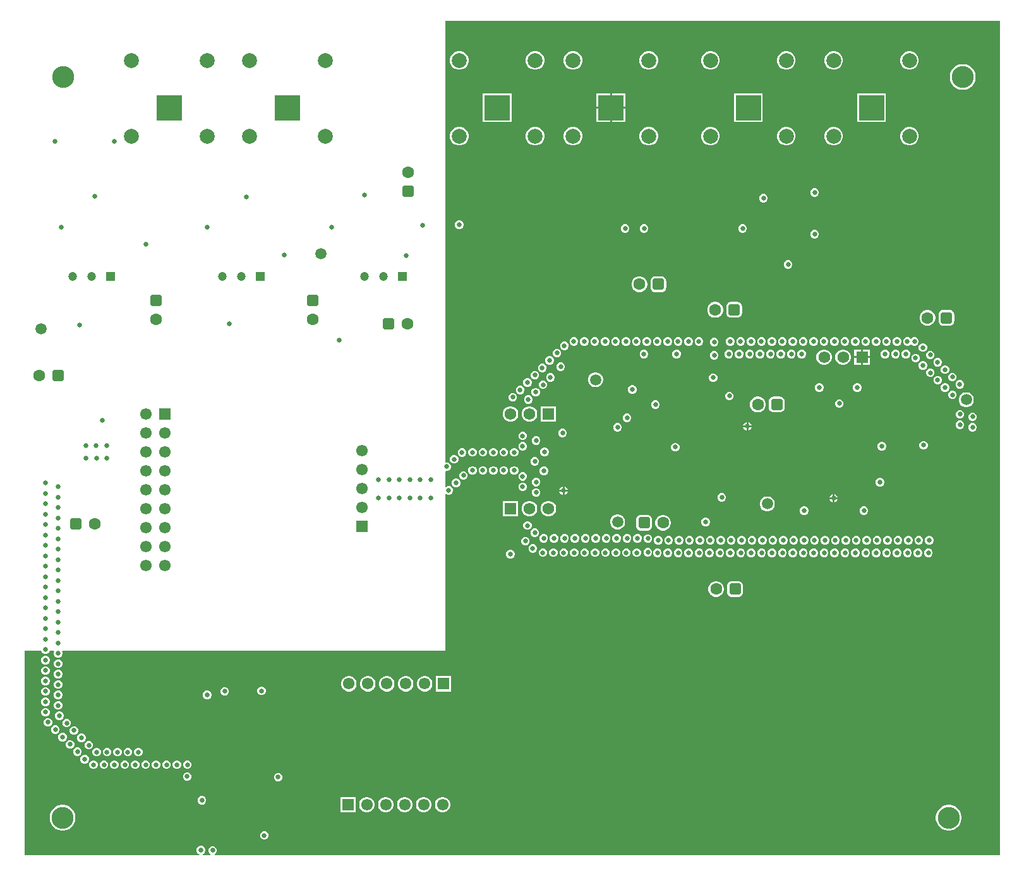
<source format=gbl>
G04*
G04 #@! TF.GenerationSoftware,Altium Limited,Altium Designer,22.7.1 (60)*
G04*
G04 Layer_Physical_Order=4*
G04 Layer_Color=16711680*
%FSLAX44Y44*%
%MOMM*%
G71*
G04*
G04 #@! TF.SameCoordinates,34B7A8A0-57E4-4CCA-9FD8-BF788A575D18*
G04*
G04*
G04 #@! TF.FilePolarity,Positive*
G04*
G01*
G75*
%ADD56C,2.9464*%
%ADD60R,1.5700X1.5700*%
%ADD61C,1.5700*%
%ADD62R,3.3500X3.3500*%
%ADD63C,2.0000*%
%ADD64R,1.2000X1.2000*%
%ADD65C,1.2000*%
%ADD72C,1.5000*%
%ADD73R,1.5500X1.5500*%
%ADD74C,1.5500*%
%ADD75C,1.6000*%
G04:AMPARAMS|DCode=76|XSize=1.6mm|YSize=1.6mm|CornerRadius=0.4mm|HoleSize=0mm|Usage=FLASHONLY|Rotation=180.000|XOffset=0mm|YOffset=0mm|HoleType=Round|Shape=RoundedRectangle|*
%AMROUNDEDRECTD76*
21,1,1.6000,0.8000,0,0,180.0*
21,1,0.8000,1.6000,0,0,180.0*
1,1,0.8000,-0.4000,0.4000*
1,1,0.8000,0.4000,0.4000*
1,1,0.8000,0.4000,-0.4000*
1,1,0.8000,-0.4000,-0.4000*
%
%ADD76ROUNDEDRECTD76*%
G04:AMPARAMS|DCode=77|XSize=1.6mm|YSize=1.6mm|CornerRadius=0.4mm|HoleSize=0mm|Usage=FLASHONLY|Rotation=90.000|XOffset=0mm|YOffset=0mm|HoleType=Round|Shape=RoundedRectangle|*
%AMROUNDEDRECTD77*
21,1,1.6000,0.8000,0,0,90.0*
21,1,0.8000,1.6000,0,0,90.0*
1,1,0.8000,0.4000,0.4000*
1,1,0.8000,0.4000,-0.4000*
1,1,0.8000,-0.4000,-0.4000*
1,1,0.8000,-0.4000,0.4000*
%
%ADD77ROUNDEDRECTD77*%
%ADD78R,1.5500X1.5500*%
%ADD79C,0.6350*%
G36*
X1315103Y10160D02*
X262764D01*
X262512Y11430D01*
X263079Y11665D01*
X264687Y13273D01*
X265557Y15373D01*
Y17647D01*
X264687Y19747D01*
X263079Y21355D01*
X260979Y22225D01*
X258705D01*
X256605Y21355D01*
X254997Y19747D01*
X254127Y17647D01*
Y15373D01*
X254997Y13273D01*
X256605Y11665D01*
X257172Y11430D01*
X256920Y10160D01*
X246657D01*
X246405Y11430D01*
X247585Y11919D01*
X249193Y13527D01*
X250063Y15627D01*
Y17901D01*
X249193Y20001D01*
X247585Y21609D01*
X245485Y22479D01*
X243211D01*
X241111Y21609D01*
X239503Y20001D01*
X238633Y17901D01*
Y15627D01*
X239503Y13527D01*
X241111Y11919D01*
X242291Y11430D01*
X242039Y10160D01*
X7620D01*
Y284480D01*
X30280D01*
X31089Y282527D01*
X32696Y280919D01*
X34797Y280049D01*
X37070D01*
X39171Y280919D01*
X40778Y282527D01*
X41588Y284480D01*
X46883D01*
X47732Y283210D01*
X47251Y282050D01*
Y279776D01*
X48122Y277676D01*
X49729Y276068D01*
X51830Y275198D01*
X54103D01*
X56204Y276068D01*
X57811Y277676D01*
X58681Y279776D01*
Y282050D01*
X58201Y283210D01*
X59049Y284480D01*
X571500D01*
Y494721D01*
X572673Y495207D01*
X573104Y494776D01*
X575204Y493906D01*
X577478D01*
X579578Y494776D01*
X581186Y496384D01*
X582056Y498484D01*
Y500758D01*
X581186Y502858D01*
X579578Y504466D01*
X577478Y505336D01*
X575204D01*
X573104Y504466D01*
X572673Y504036D01*
X571500Y504522D01*
Y524942D01*
X572523Y525626D01*
X574797D01*
X576897Y526496D01*
X578505Y528104D01*
X579375Y530204D01*
Y532478D01*
X578505Y534579D01*
X576897Y536186D01*
X574797Y537056D01*
X572523D01*
X571500Y537740D01*
Y1129030D01*
X572152Y1129682D01*
X1315103D01*
Y10160D01*
D02*
G37*
%LPC*%
G36*
X1195451Y1088865D02*
X1192149D01*
X1188960Y1088010D01*
X1186100Y1086359D01*
X1183765Y1084025D01*
X1182115Y1081165D01*
X1181260Y1077976D01*
Y1074674D01*
X1182115Y1071485D01*
X1183765Y1068625D01*
X1186100Y1066291D01*
X1188960Y1064640D01*
X1192149Y1063785D01*
X1195451D01*
X1198640Y1064640D01*
X1201500Y1066291D01*
X1203835Y1068625D01*
X1205485Y1071485D01*
X1206340Y1074674D01*
Y1077976D01*
X1205485Y1081165D01*
X1203835Y1084025D01*
X1201500Y1086359D01*
X1198640Y1088010D01*
X1195451Y1088865D01*
D02*
G37*
G36*
X1093851D02*
X1090549D01*
X1087360Y1088010D01*
X1084500Y1086359D01*
X1082166Y1084025D01*
X1080515Y1081165D01*
X1079660Y1077976D01*
Y1074674D01*
X1080515Y1071485D01*
X1082166Y1068625D01*
X1084500Y1066291D01*
X1087360Y1064640D01*
X1090549Y1063785D01*
X1093851D01*
X1097040Y1064640D01*
X1099900Y1066291D01*
X1102234Y1068625D01*
X1103885Y1071485D01*
X1104740Y1074674D01*
Y1077976D01*
X1103885Y1081165D01*
X1102234Y1084025D01*
X1099900Y1086359D01*
X1097040Y1088010D01*
X1093851Y1088865D01*
D02*
G37*
G36*
X1030351D02*
X1027049D01*
X1023860Y1088010D01*
X1021000Y1086359D01*
X1018665Y1084025D01*
X1017015Y1081165D01*
X1016160Y1077976D01*
Y1074674D01*
X1017015Y1071485D01*
X1018665Y1068625D01*
X1021000Y1066291D01*
X1023860Y1064640D01*
X1027049Y1063785D01*
X1030351D01*
X1033540Y1064640D01*
X1036400Y1066291D01*
X1038735Y1068625D01*
X1040385Y1071485D01*
X1041240Y1074674D01*
Y1077976D01*
X1040385Y1081165D01*
X1038735Y1084025D01*
X1036400Y1086359D01*
X1033540Y1088010D01*
X1030351Y1088865D01*
D02*
G37*
G36*
X928751D02*
X925449D01*
X922260Y1088010D01*
X919400Y1086359D01*
X917066Y1084025D01*
X915415Y1081165D01*
X914560Y1077976D01*
Y1074674D01*
X915415Y1071485D01*
X917066Y1068625D01*
X919400Y1066291D01*
X922260Y1064640D01*
X925449Y1063785D01*
X928751D01*
X931940Y1064640D01*
X934800Y1066291D01*
X937134Y1068625D01*
X938785Y1071485D01*
X939640Y1074674D01*
Y1077976D01*
X938785Y1081165D01*
X937134Y1084025D01*
X934800Y1086359D01*
X931940Y1088010D01*
X928751Y1088865D01*
D02*
G37*
G36*
X846201D02*
X842899D01*
X839710Y1088010D01*
X836850Y1086359D01*
X834516Y1084025D01*
X832865Y1081165D01*
X832010Y1077976D01*
Y1074674D01*
X832865Y1071485D01*
X834516Y1068625D01*
X836850Y1066291D01*
X839710Y1064640D01*
X842899Y1063785D01*
X846201D01*
X849390Y1064640D01*
X852250Y1066291D01*
X854585Y1068625D01*
X856235Y1071485D01*
X857090Y1074674D01*
Y1077976D01*
X856235Y1081165D01*
X854585Y1084025D01*
X852250Y1086359D01*
X849390Y1088010D01*
X846201Y1088865D01*
D02*
G37*
G36*
X744601D02*
X741299D01*
X738110Y1088010D01*
X735250Y1086359D01*
X732915Y1084025D01*
X731265Y1081165D01*
X730410Y1077976D01*
Y1074674D01*
X731265Y1071485D01*
X732915Y1068625D01*
X735250Y1066291D01*
X738110Y1064640D01*
X741299Y1063785D01*
X744601D01*
X747790Y1064640D01*
X750650Y1066291D01*
X752984Y1068625D01*
X754635Y1071485D01*
X755490Y1074674D01*
Y1077976D01*
X754635Y1081165D01*
X752984Y1084025D01*
X750650Y1086359D01*
X747790Y1088010D01*
X744601Y1088865D01*
D02*
G37*
G36*
X693801D02*
X690499D01*
X687310Y1088010D01*
X684450Y1086359D01*
X682115Y1084025D01*
X680465Y1081165D01*
X679610Y1077976D01*
Y1074674D01*
X680465Y1071485D01*
X682115Y1068625D01*
X684450Y1066291D01*
X687310Y1064640D01*
X690499Y1063785D01*
X693801D01*
X696990Y1064640D01*
X699850Y1066291D01*
X702185Y1068625D01*
X703835Y1071485D01*
X704690Y1074674D01*
Y1077976D01*
X703835Y1081165D01*
X702185Y1084025D01*
X699850Y1086359D01*
X696990Y1088010D01*
X693801Y1088865D01*
D02*
G37*
G36*
X592201D02*
X588899D01*
X585710Y1088010D01*
X582850Y1086359D01*
X580516Y1084025D01*
X578865Y1081165D01*
X578010Y1077976D01*
Y1074674D01*
X578865Y1071485D01*
X580516Y1068625D01*
X582850Y1066291D01*
X585710Y1064640D01*
X588899Y1063785D01*
X592201D01*
X595390Y1064640D01*
X598250Y1066291D01*
X600584Y1068625D01*
X602235Y1071485D01*
X603090Y1074674D01*
Y1077976D01*
X602235Y1081165D01*
X600584Y1084025D01*
X598250Y1086359D01*
X595390Y1088010D01*
X592201Y1088865D01*
D02*
G37*
G36*
X1266875Y1071372D02*
X1263473D01*
X1260136Y1070708D01*
X1256993Y1069406D01*
X1254164Y1067516D01*
X1251758Y1065110D01*
X1249868Y1062281D01*
X1248566Y1059138D01*
X1247902Y1055801D01*
Y1052399D01*
X1248566Y1049062D01*
X1249868Y1045919D01*
X1251758Y1043090D01*
X1254164Y1040684D01*
X1256993Y1038794D01*
X1260136Y1037492D01*
X1263473Y1036828D01*
X1266875D01*
X1270212Y1037492D01*
X1273355Y1038794D01*
X1276184Y1040684D01*
X1278590Y1043090D01*
X1280480Y1045919D01*
X1281782Y1049062D01*
X1282446Y1052399D01*
Y1055801D01*
X1281782Y1059138D01*
X1280480Y1062281D01*
X1278590Y1065110D01*
X1276184Y1067516D01*
X1273355Y1069406D01*
X1270212Y1070708D01*
X1266875Y1071372D01*
D02*
G37*
G36*
X813040Y1032115D02*
X795020D01*
Y1014095D01*
X813040D01*
Y1032115D01*
D02*
G37*
G36*
X792480D02*
X774460D01*
Y1014095D01*
X792480D01*
Y1032115D01*
D02*
G37*
G36*
X1162290D02*
X1123710D01*
Y993535D01*
X1162290D01*
Y1032115D01*
D02*
G37*
G36*
X997190D02*
X958610D01*
Y993535D01*
X997190D01*
Y1032115D01*
D02*
G37*
G36*
X813040Y1011555D02*
X795020D01*
Y993535D01*
X813040D01*
Y1011555D01*
D02*
G37*
G36*
X792480D02*
X774460D01*
Y993535D01*
X792480D01*
Y1011555D01*
D02*
G37*
G36*
X660640Y1032115D02*
X622060D01*
Y993535D01*
X660640D01*
Y1032115D01*
D02*
G37*
G36*
X1195451Y987265D02*
X1192149D01*
X1188960Y986410D01*
X1186100Y984760D01*
X1183765Y982425D01*
X1182115Y979565D01*
X1181260Y976376D01*
Y973074D01*
X1182115Y969885D01*
X1183765Y967025D01*
X1186100Y964690D01*
X1188960Y963040D01*
X1192149Y962185D01*
X1195451D01*
X1198640Y963040D01*
X1201500Y964690D01*
X1203835Y967025D01*
X1205485Y969885D01*
X1206340Y973074D01*
Y976376D01*
X1205485Y979565D01*
X1203835Y982425D01*
X1201500Y984760D01*
X1198640Y986410D01*
X1195451Y987265D01*
D02*
G37*
G36*
X1093851D02*
X1090549D01*
X1087360Y986410D01*
X1084500Y984760D01*
X1082166Y982425D01*
X1080515Y979565D01*
X1079660Y976376D01*
Y973074D01*
X1080515Y969885D01*
X1082166Y967025D01*
X1084500Y964690D01*
X1087360Y963040D01*
X1090549Y962185D01*
X1093851D01*
X1097040Y963040D01*
X1099900Y964690D01*
X1102234Y967025D01*
X1103885Y969885D01*
X1104740Y973074D01*
Y976376D01*
X1103885Y979565D01*
X1102234Y982425D01*
X1099900Y984760D01*
X1097040Y986410D01*
X1093851Y987265D01*
D02*
G37*
G36*
X1030351D02*
X1027049D01*
X1023860Y986410D01*
X1021000Y984760D01*
X1018665Y982425D01*
X1017015Y979565D01*
X1016160Y976376D01*
Y973074D01*
X1017015Y969885D01*
X1018665Y967025D01*
X1021000Y964690D01*
X1023860Y963040D01*
X1027049Y962185D01*
X1030351D01*
X1033540Y963040D01*
X1036400Y964690D01*
X1038735Y967025D01*
X1040385Y969885D01*
X1041240Y973074D01*
Y976376D01*
X1040385Y979565D01*
X1038735Y982425D01*
X1036400Y984760D01*
X1033540Y986410D01*
X1030351Y987265D01*
D02*
G37*
G36*
X928751D02*
X925449D01*
X922260Y986410D01*
X919400Y984760D01*
X917066Y982425D01*
X915415Y979565D01*
X914560Y976376D01*
Y973074D01*
X915415Y969885D01*
X917066Y967025D01*
X919400Y964690D01*
X922260Y963040D01*
X925449Y962185D01*
X928751D01*
X931940Y963040D01*
X934800Y964690D01*
X937134Y967025D01*
X938785Y969885D01*
X939640Y973074D01*
Y976376D01*
X938785Y979565D01*
X937134Y982425D01*
X934800Y984760D01*
X931940Y986410D01*
X928751Y987265D01*
D02*
G37*
G36*
X846201D02*
X842899D01*
X839710Y986410D01*
X836850Y984760D01*
X834516Y982425D01*
X832865Y979565D01*
X832010Y976376D01*
Y973074D01*
X832865Y969885D01*
X834516Y967025D01*
X836850Y964690D01*
X839710Y963040D01*
X842899Y962185D01*
X846201D01*
X849390Y963040D01*
X852250Y964690D01*
X854585Y967025D01*
X856235Y969885D01*
X857090Y973074D01*
Y976376D01*
X856235Y979565D01*
X854585Y982425D01*
X852250Y984760D01*
X849390Y986410D01*
X846201Y987265D01*
D02*
G37*
G36*
X744601D02*
X741299D01*
X738110Y986410D01*
X735250Y984760D01*
X732915Y982425D01*
X731265Y979565D01*
X730410Y976376D01*
Y973074D01*
X731265Y969885D01*
X732915Y967025D01*
X735250Y964690D01*
X738110Y963040D01*
X741299Y962185D01*
X744601D01*
X747790Y963040D01*
X750650Y964690D01*
X752984Y967025D01*
X754635Y969885D01*
X755490Y973074D01*
Y976376D01*
X754635Y979565D01*
X752984Y982425D01*
X750650Y984760D01*
X747790Y986410D01*
X744601Y987265D01*
D02*
G37*
G36*
X693801D02*
X690499D01*
X687310Y986410D01*
X684450Y984760D01*
X682115Y982425D01*
X680465Y979565D01*
X679610Y976376D01*
Y973074D01*
X680465Y969885D01*
X682115Y967025D01*
X684450Y964690D01*
X687310Y963040D01*
X690499Y962185D01*
X693801D01*
X696990Y963040D01*
X699850Y964690D01*
X702185Y967025D01*
X703835Y969885D01*
X704690Y973074D01*
Y976376D01*
X703835Y979565D01*
X702185Y982425D01*
X699850Y984760D01*
X696990Y986410D01*
X693801Y987265D01*
D02*
G37*
G36*
X592201D02*
X588899D01*
X585710Y986410D01*
X582850Y984760D01*
X580516Y982425D01*
X578865Y979565D01*
X578010Y976376D01*
Y973074D01*
X578865Y969885D01*
X580516Y967025D01*
X582850Y964690D01*
X585710Y963040D01*
X588899Y962185D01*
X592201D01*
X595390Y963040D01*
X598250Y964690D01*
X600584Y967025D01*
X602235Y969885D01*
X603090Y973074D01*
Y976376D01*
X602235Y979565D01*
X600584Y982425D01*
X598250Y984760D01*
X595390Y986410D01*
X592201Y987265D01*
D02*
G37*
G36*
X1067937Y904875D02*
X1065663D01*
X1063563Y904005D01*
X1061955Y902397D01*
X1061085Y900297D01*
Y898023D01*
X1061955Y895923D01*
X1063563Y894315D01*
X1065663Y893445D01*
X1067937D01*
X1070037Y894315D01*
X1071645Y895923D01*
X1072515Y898023D01*
Y900297D01*
X1071645Y902397D01*
X1070037Y904005D01*
X1067937Y904875D01*
D02*
G37*
G36*
X999357Y897255D02*
X997083D01*
X994983Y896385D01*
X993375Y894777D01*
X992505Y892677D01*
Y890403D01*
X993375Y888303D01*
X994983Y886695D01*
X997083Y885825D01*
X999357D01*
X1001457Y886695D01*
X1003065Y888303D01*
X1003935Y890403D01*
Y892677D01*
X1003065Y894777D01*
X1001457Y896385D01*
X999357Y897255D01*
D02*
G37*
G36*
X591687Y861695D02*
X589413D01*
X587313Y860825D01*
X585705Y859217D01*
X584835Y857117D01*
Y854843D01*
X585705Y852743D01*
X587313Y851135D01*
X589413Y850265D01*
X591687D01*
X593787Y851135D01*
X595395Y852743D01*
X596265Y854843D01*
Y857117D01*
X595395Y859217D01*
X593787Y860825D01*
X591687Y861695D01*
D02*
G37*
G36*
X971417Y856615D02*
X969143D01*
X967043Y855745D01*
X965435Y854137D01*
X964565Y852037D01*
Y849763D01*
X965435Y847663D01*
X967043Y846055D01*
X969143Y845185D01*
X971417D01*
X973517Y846055D01*
X975125Y847663D01*
X975995Y849763D01*
Y852037D01*
X975125Y854137D01*
X973517Y855745D01*
X971417Y856615D01*
D02*
G37*
G36*
X839337D02*
X837063D01*
X834963Y855745D01*
X833355Y854137D01*
X832485Y852037D01*
Y849763D01*
X833355Y847663D01*
X834963Y846055D01*
X837063Y845185D01*
X839337D01*
X841437Y846055D01*
X843045Y847663D01*
X843915Y849763D01*
Y852037D01*
X843045Y854137D01*
X841437Y855745D01*
X839337Y856615D01*
D02*
G37*
G36*
X813937D02*
X811663D01*
X809563Y855745D01*
X807955Y854137D01*
X807085Y852037D01*
Y849763D01*
X807955Y847663D01*
X809563Y846055D01*
X811663Y845185D01*
X813937D01*
X816037Y846055D01*
X817645Y847663D01*
X818515Y849763D01*
Y852037D01*
X817645Y854137D01*
X816037Y855745D01*
X813937Y856615D01*
D02*
G37*
G36*
X1067937Y848995D02*
X1065663D01*
X1063563Y848125D01*
X1061955Y846517D01*
X1061085Y844417D01*
Y842143D01*
X1061955Y840043D01*
X1063563Y838435D01*
X1065663Y837565D01*
X1067937D01*
X1070037Y838435D01*
X1071645Y840043D01*
X1072515Y842143D01*
Y844417D01*
X1071645Y846517D01*
X1070037Y848125D01*
X1067937Y848995D01*
D02*
G37*
G36*
X1032377Y808355D02*
X1030103D01*
X1028003Y807485D01*
X1026395Y805877D01*
X1025525Y803777D01*
Y801503D01*
X1026395Y799403D01*
X1028003Y797795D01*
X1030103Y796925D01*
X1032377D01*
X1034477Y797795D01*
X1036085Y799403D01*
X1036955Y801503D01*
Y803777D01*
X1036085Y805877D01*
X1034477Y807485D01*
X1032377Y808355D01*
D02*
G37*
G36*
X833238Y786510D02*
X830462D01*
X827782Y785792D01*
X825378Y784404D01*
X823416Y782442D01*
X822028Y780038D01*
X821310Y777358D01*
Y774582D01*
X822028Y771902D01*
X823416Y769498D01*
X825378Y767536D01*
X827782Y766148D01*
X830462Y765430D01*
X833238D01*
X835918Y766148D01*
X838322Y767536D01*
X840284Y769498D01*
X841672Y771902D01*
X842390Y774582D01*
Y777358D01*
X841672Y780038D01*
X840284Y782442D01*
X838322Y784404D01*
X835918Y785792D01*
X833238Y786510D01*
D02*
G37*
G36*
X861250Y786566D02*
X853250D01*
X851543Y786342D01*
X849952Y785683D01*
X848586Y784634D01*
X847537Y783268D01*
X846878Y781677D01*
X846654Y779970D01*
Y771970D01*
X846878Y770263D01*
X847537Y768672D01*
X848586Y767306D01*
X849952Y766257D01*
X851543Y765598D01*
X853250Y765374D01*
X861250D01*
X862957Y765598D01*
X864548Y766257D01*
X865914Y767306D01*
X866963Y768672D01*
X867622Y770263D01*
X867846Y771970D01*
Y779970D01*
X867622Y781677D01*
X866963Y783268D01*
X865914Y784634D01*
X864548Y785683D01*
X862957Y786342D01*
X861250Y786566D01*
D02*
G37*
G36*
X934838Y752220D02*
X932062D01*
X929382Y751502D01*
X926978Y750114D01*
X925016Y748152D01*
X923628Y745748D01*
X922910Y743068D01*
Y740292D01*
X923628Y737612D01*
X925016Y735208D01*
X926978Y733246D01*
X929382Y731858D01*
X932062Y731140D01*
X934838D01*
X937518Y731858D01*
X939922Y733246D01*
X941884Y735208D01*
X943272Y737612D01*
X943990Y740292D01*
Y743068D01*
X943272Y745748D01*
X941884Y748152D01*
X939922Y750114D01*
X937518Y751502D01*
X934838Y752220D01*
D02*
G37*
G36*
X962850Y752276D02*
X954850D01*
X953143Y752052D01*
X951552Y751393D01*
X950186Y750344D01*
X949137Y748978D01*
X948478Y747387D01*
X948254Y745680D01*
Y737680D01*
X948478Y735973D01*
X949137Y734382D01*
X950186Y733016D01*
X951552Y731967D01*
X953143Y731308D01*
X954850Y731084D01*
X962850D01*
X964557Y731308D01*
X966148Y731967D01*
X967514Y733016D01*
X968563Y734382D01*
X969222Y735973D01*
X969446Y737680D01*
Y745680D01*
X969222Y747387D01*
X968563Y748978D01*
X967514Y750344D01*
X966148Y751393D01*
X964557Y752052D01*
X962850Y752276D01*
D02*
G37*
G36*
X1219318Y741552D02*
X1216542D01*
X1213862Y740834D01*
X1211458Y739446D01*
X1209496Y737484D01*
X1208108Y735080D01*
X1207390Y732400D01*
Y729624D01*
X1208108Y726944D01*
X1209496Y724540D01*
X1211458Y722578D01*
X1213862Y721190D01*
X1216542Y720472D01*
X1219318D01*
X1221998Y721190D01*
X1224402Y722578D01*
X1226364Y724540D01*
X1227752Y726944D01*
X1228470Y729624D01*
Y732400D01*
X1227752Y735080D01*
X1226364Y737484D01*
X1224402Y739446D01*
X1221998Y740834D01*
X1219318Y741552D01*
D02*
G37*
G36*
X1247330Y741608D02*
X1239330D01*
X1237623Y741384D01*
X1236032Y740725D01*
X1234666Y739676D01*
X1233617Y738310D01*
X1232958Y736719D01*
X1232734Y735012D01*
Y727012D01*
X1232958Y725305D01*
X1233617Y723714D01*
X1234666Y722348D01*
X1236032Y721299D01*
X1237623Y720640D01*
X1239330Y720416D01*
X1247330D01*
X1249037Y720640D01*
X1250628Y721299D01*
X1251994Y722348D01*
X1253043Y723714D01*
X1253702Y725305D01*
X1253926Y727012D01*
Y735012D01*
X1253702Y736719D01*
X1253043Y738310D01*
X1251994Y739676D01*
X1250628Y740725D01*
X1249037Y741384D01*
X1247330Y741608D01*
D02*
G37*
G36*
X1178234Y705050D02*
X1175960D01*
X1173860Y704180D01*
X1172252Y702572D01*
X1171382Y700472D01*
Y698198D01*
X1172252Y696098D01*
X1173860Y694490D01*
X1175960Y693620D01*
X1178234D01*
X1180334Y694490D01*
X1181942Y696098D01*
X1182812Y698198D01*
Y700472D01*
X1181942Y702572D01*
X1180334Y704180D01*
X1178234Y705050D01*
D02*
G37*
G36*
X1164264D02*
X1161990D01*
X1159890Y704180D01*
X1158282Y702572D01*
X1157412Y700472D01*
Y698198D01*
X1158282Y696098D01*
X1159890Y694490D01*
X1161990Y693620D01*
X1164264D01*
X1166364Y694490D01*
X1167972Y696098D01*
X1168842Y698198D01*
Y700472D01*
X1167972Y702572D01*
X1166364Y704180D01*
X1164264Y705050D01*
D02*
G37*
G36*
X1150294D02*
X1148020D01*
X1145920Y704180D01*
X1144312Y702572D01*
X1143442Y700472D01*
Y698198D01*
X1144312Y696098D01*
X1145920Y694490D01*
X1148020Y693620D01*
X1150294D01*
X1152394Y694490D01*
X1154002Y696098D01*
X1154872Y698198D01*
Y700472D01*
X1154002Y702572D01*
X1152394Y704180D01*
X1150294Y705050D01*
D02*
G37*
G36*
X1136324D02*
X1134050D01*
X1131950Y704180D01*
X1130342Y702572D01*
X1129472Y700472D01*
Y698198D01*
X1130342Y696098D01*
X1131950Y694490D01*
X1134050Y693620D01*
X1136324D01*
X1138424Y694490D01*
X1140032Y696098D01*
X1140902Y698198D01*
Y700472D01*
X1140032Y702572D01*
X1138424Y704180D01*
X1136324Y705050D01*
D02*
G37*
G36*
X1122354D02*
X1120080D01*
X1117980Y704180D01*
X1116372Y702572D01*
X1115502Y700472D01*
Y698198D01*
X1116372Y696098D01*
X1117980Y694490D01*
X1120080Y693620D01*
X1122354D01*
X1124454Y694490D01*
X1126062Y696098D01*
X1126932Y698198D01*
Y700472D01*
X1126062Y702572D01*
X1124454Y704180D01*
X1122354Y705050D01*
D02*
G37*
G36*
X1108384D02*
X1106110D01*
X1104010Y704180D01*
X1102402Y702572D01*
X1101532Y700472D01*
Y698198D01*
X1102402Y696098D01*
X1104010Y694490D01*
X1106110Y693620D01*
X1108384D01*
X1110484Y694490D01*
X1112092Y696098D01*
X1112962Y698198D01*
Y700472D01*
X1112092Y702572D01*
X1110484Y704180D01*
X1108384Y705050D01*
D02*
G37*
G36*
X1094414D02*
X1092140D01*
X1090040Y704180D01*
X1088432Y702572D01*
X1087562Y700472D01*
Y698198D01*
X1088432Y696098D01*
X1090040Y694490D01*
X1092140Y693620D01*
X1094414D01*
X1096514Y694490D01*
X1098122Y696098D01*
X1098992Y698198D01*
Y700472D01*
X1098122Y702572D01*
X1096514Y704180D01*
X1094414Y705050D01*
D02*
G37*
G36*
X1080444D02*
X1078170D01*
X1076070Y704180D01*
X1074462Y702572D01*
X1073592Y700472D01*
Y698198D01*
X1074462Y696098D01*
X1076070Y694490D01*
X1078170Y693620D01*
X1080444D01*
X1082544Y694490D01*
X1084152Y696098D01*
X1085022Y698198D01*
Y700472D01*
X1084152Y702572D01*
X1082544Y704180D01*
X1080444Y705050D01*
D02*
G37*
G36*
X1066474D02*
X1064200D01*
X1062100Y704180D01*
X1060492Y702572D01*
X1059622Y700472D01*
Y698198D01*
X1060492Y696098D01*
X1062100Y694490D01*
X1064200Y693620D01*
X1066474D01*
X1068574Y694490D01*
X1070182Y696098D01*
X1071052Y698198D01*
Y700472D01*
X1070182Y702572D01*
X1068574Y704180D01*
X1066474Y705050D01*
D02*
G37*
G36*
X1052504D02*
X1050230D01*
X1048130Y704180D01*
X1046522Y702572D01*
X1045652Y700472D01*
Y698198D01*
X1046522Y696098D01*
X1048130Y694490D01*
X1050230Y693620D01*
X1052504D01*
X1054604Y694490D01*
X1056212Y696098D01*
X1057082Y698198D01*
Y700472D01*
X1056212Y702572D01*
X1054604Y704180D01*
X1052504Y705050D01*
D02*
G37*
G36*
X1038534D02*
X1036260D01*
X1034160Y704180D01*
X1032552Y702572D01*
X1031682Y700472D01*
Y698198D01*
X1032552Y696098D01*
X1034160Y694490D01*
X1036260Y693620D01*
X1038534D01*
X1040634Y694490D01*
X1042242Y696098D01*
X1043112Y698198D01*
Y700472D01*
X1042242Y702572D01*
X1040634Y704180D01*
X1038534Y705050D01*
D02*
G37*
G36*
X1024564D02*
X1022290D01*
X1020190Y704180D01*
X1018582Y702572D01*
X1017712Y700472D01*
Y698198D01*
X1018582Y696098D01*
X1020190Y694490D01*
X1022290Y693620D01*
X1024564D01*
X1026664Y694490D01*
X1028272Y696098D01*
X1029142Y698198D01*
Y700472D01*
X1028272Y702572D01*
X1026664Y704180D01*
X1024564Y705050D01*
D02*
G37*
G36*
X1010594D02*
X1008320D01*
X1006220Y704180D01*
X1004612Y702572D01*
X1003742Y700472D01*
Y698198D01*
X1004612Y696098D01*
X1006220Y694490D01*
X1008320Y693620D01*
X1010594D01*
X1012694Y694490D01*
X1014302Y696098D01*
X1015172Y698198D01*
Y700472D01*
X1014302Y702572D01*
X1012694Y704180D01*
X1010594Y705050D01*
D02*
G37*
G36*
X996624D02*
X994350D01*
X992250Y704180D01*
X990642Y702572D01*
X989772Y700472D01*
Y698198D01*
X990642Y696098D01*
X992250Y694490D01*
X994350Y693620D01*
X996624D01*
X998724Y694490D01*
X1000332Y696098D01*
X1001202Y698198D01*
Y700472D01*
X1000332Y702572D01*
X998724Y704180D01*
X996624Y705050D01*
D02*
G37*
G36*
X982654D02*
X980380D01*
X978280Y704180D01*
X976672Y702572D01*
X975802Y700472D01*
Y698198D01*
X976672Y696098D01*
X978280Y694490D01*
X980380Y693620D01*
X982654D01*
X984754Y694490D01*
X986362Y696098D01*
X987232Y698198D01*
Y700472D01*
X986362Y702572D01*
X984754Y704180D01*
X982654Y705050D01*
D02*
G37*
G36*
X968684D02*
X966410D01*
X964310Y704180D01*
X962702Y702572D01*
X961832Y700472D01*
Y698198D01*
X962702Y696098D01*
X964310Y694490D01*
X966410Y693620D01*
X968684D01*
X970784Y694490D01*
X972392Y696098D01*
X973262Y698198D01*
Y700472D01*
X972392Y702572D01*
X970784Y704180D01*
X968684Y705050D01*
D02*
G37*
G36*
X954714D02*
X952440D01*
X950340Y704180D01*
X948732Y702572D01*
X947862Y700472D01*
Y698198D01*
X948732Y696098D01*
X950340Y694490D01*
X952440Y693620D01*
X954714D01*
X956814Y694490D01*
X958422Y696098D01*
X959292Y698198D01*
Y700472D01*
X958422Y702572D01*
X956814Y704180D01*
X954714Y705050D01*
D02*
G37*
G36*
X912804D02*
X910530D01*
X908430Y704180D01*
X906822Y702572D01*
X905952Y700472D01*
Y698198D01*
X906822Y696098D01*
X908430Y694490D01*
X910530Y693620D01*
X912804D01*
X914904Y694490D01*
X916512Y696098D01*
X917382Y698198D01*
Y700472D01*
X916512Y702572D01*
X914904Y704180D01*
X912804Y705050D01*
D02*
G37*
G36*
X898834D02*
X896560D01*
X894460Y704180D01*
X892852Y702572D01*
X891982Y700472D01*
Y698198D01*
X892852Y696098D01*
X894460Y694490D01*
X896560Y693620D01*
X898834D01*
X900934Y694490D01*
X902542Y696098D01*
X903412Y698198D01*
Y700472D01*
X902542Y702572D01*
X900934Y704180D01*
X898834Y705050D01*
D02*
G37*
G36*
X884864D02*
X882590D01*
X880490Y704180D01*
X878882Y702572D01*
X878012Y700472D01*
Y698198D01*
X878882Y696098D01*
X880490Y694490D01*
X882590Y693620D01*
X884864D01*
X886964Y694490D01*
X888572Y696098D01*
X889442Y698198D01*
Y700472D01*
X888572Y702572D01*
X886964Y704180D01*
X884864Y705050D01*
D02*
G37*
G36*
X870894D02*
X868620D01*
X866520Y704180D01*
X864912Y702572D01*
X864042Y700472D01*
Y698198D01*
X864912Y696098D01*
X866520Y694490D01*
X868620Y693620D01*
X870894D01*
X872994Y694490D01*
X874602Y696098D01*
X875472Y698198D01*
Y700472D01*
X874602Y702572D01*
X872994Y704180D01*
X870894Y705050D01*
D02*
G37*
G36*
X856924D02*
X854650D01*
X852550Y704180D01*
X850942Y702572D01*
X850072Y700472D01*
Y698198D01*
X850942Y696098D01*
X852550Y694490D01*
X854650Y693620D01*
X856924D01*
X859024Y694490D01*
X860632Y696098D01*
X861502Y698198D01*
Y700472D01*
X860632Y702572D01*
X859024Y704180D01*
X856924Y705050D01*
D02*
G37*
G36*
X842954D02*
X840680D01*
X838580Y704180D01*
X836972Y702572D01*
X836102Y700472D01*
Y698198D01*
X836972Y696098D01*
X838580Y694490D01*
X840680Y693620D01*
X842954D01*
X845054Y694490D01*
X846662Y696098D01*
X847532Y698198D01*
Y700472D01*
X846662Y702572D01*
X845054Y704180D01*
X842954Y705050D01*
D02*
G37*
G36*
X828984D02*
X826710D01*
X824610Y704180D01*
X823002Y702572D01*
X822132Y700472D01*
Y698198D01*
X823002Y696098D01*
X824610Y694490D01*
X826710Y693620D01*
X828984D01*
X831084Y694490D01*
X832692Y696098D01*
X833562Y698198D01*
Y700472D01*
X832692Y702572D01*
X831084Y704180D01*
X828984Y705050D01*
D02*
G37*
G36*
X815014D02*
X812740D01*
X810640Y704180D01*
X809032Y702572D01*
X808162Y700472D01*
Y698198D01*
X809032Y696098D01*
X810640Y694490D01*
X812740Y693620D01*
X815014D01*
X817114Y694490D01*
X818722Y696098D01*
X819592Y698198D01*
Y700472D01*
X818722Y702572D01*
X817114Y704180D01*
X815014Y705050D01*
D02*
G37*
G36*
X801044D02*
X798770D01*
X796670Y704180D01*
X795062Y702572D01*
X794192Y700472D01*
Y698198D01*
X795062Y696098D01*
X796670Y694490D01*
X798770Y693620D01*
X801044D01*
X803144Y694490D01*
X804752Y696098D01*
X805622Y698198D01*
Y700472D01*
X804752Y702572D01*
X803144Y704180D01*
X801044Y705050D01*
D02*
G37*
G36*
X787074D02*
X784800D01*
X782700Y704180D01*
X781092Y702572D01*
X780222Y700472D01*
Y698198D01*
X781092Y696098D01*
X782700Y694490D01*
X784800Y693620D01*
X787074D01*
X789174Y694490D01*
X790782Y696098D01*
X791652Y698198D01*
Y700472D01*
X790782Y702572D01*
X789174Y704180D01*
X787074Y705050D01*
D02*
G37*
G36*
X773104D02*
X770830D01*
X768730Y704180D01*
X767122Y702572D01*
X766252Y700472D01*
Y698198D01*
X767122Y696098D01*
X768730Y694490D01*
X770830Y693620D01*
X773104D01*
X775204Y694490D01*
X776812Y696098D01*
X777682Y698198D01*
Y700472D01*
X776812Y702572D01*
X775204Y704180D01*
X773104Y705050D01*
D02*
G37*
G36*
X759134D02*
X756860D01*
X754760Y704180D01*
X753152Y702572D01*
X752282Y700472D01*
Y698198D01*
X753152Y696098D01*
X754760Y694490D01*
X756860Y693620D01*
X759134D01*
X761234Y694490D01*
X762842Y696098D01*
X763712Y698198D01*
Y700472D01*
X762842Y702572D01*
X761234Y704180D01*
X759134Y705050D01*
D02*
G37*
G36*
X745164D02*
X742890D01*
X740790Y704180D01*
X739182Y702572D01*
X738312Y700472D01*
Y698198D01*
X739182Y696098D01*
X740790Y694490D01*
X742890Y693620D01*
X745164D01*
X747264Y694490D01*
X748872Y696098D01*
X749742Y698198D01*
Y700472D01*
X748872Y702572D01*
X747264Y704180D01*
X745164Y705050D01*
D02*
G37*
G36*
X1192204D02*
X1189930D01*
X1187830Y704180D01*
X1186222Y702572D01*
X1185352Y700472D01*
Y698198D01*
X1186222Y696098D01*
X1187830Y694490D01*
X1189930Y693620D01*
X1192204D01*
X1194304Y694490D01*
X1195790Y695975D01*
X1197335Y694430D01*
X1199436Y693560D01*
X1201709D01*
X1203810Y694430D01*
X1205417Y696038D01*
X1206288Y698138D01*
Y700412D01*
X1205417Y702512D01*
X1203810Y704120D01*
X1201709Y704990D01*
X1199436D01*
X1197335Y704120D01*
X1195850Y702634D01*
X1194304Y704180D01*
X1192204Y705050D01*
D02*
G37*
G36*
X933317Y704215D02*
X931043D01*
X928943Y703345D01*
X927335Y701737D01*
X926465Y699637D01*
Y697363D01*
X927335Y695263D01*
X928943Y693655D01*
X931043Y692785D01*
X933317D01*
X935417Y693655D01*
X937025Y695263D01*
X937895Y697363D01*
Y699637D01*
X937025Y701737D01*
X935417Y703345D01*
X933317Y704215D01*
D02*
G37*
G36*
X732454Y699253D02*
X730180D01*
X728079Y698383D01*
X726472Y696775D01*
X725602Y694675D01*
Y692401D01*
X726472Y690301D01*
X728079Y688693D01*
X730180Y687823D01*
X732454D01*
X734554Y688693D01*
X736162Y690301D01*
X737032Y692401D01*
Y694675D01*
X736162Y696775D01*
X734554Y698383D01*
X732454Y699253D01*
D02*
G37*
G36*
X1213011Y696778D02*
X1210738D01*
X1208637Y695908D01*
X1207029Y694301D01*
X1206159Y692200D01*
Y689926D01*
X1207029Y687826D01*
X1208637Y686218D01*
X1210738Y685348D01*
X1213011D01*
X1215112Y686218D01*
X1216719Y687826D01*
X1217589Y689926D01*
Y692200D01*
X1216719Y694301D01*
X1215112Y695908D01*
X1213011Y696778D01*
D02*
G37*
G36*
X1140690Y688570D02*
X1131570D01*
Y679450D01*
X1140690D01*
Y688570D01*
D02*
G37*
G36*
X1129030D02*
X1119910D01*
Y679450D01*
X1129030D01*
Y688570D01*
D02*
G37*
G36*
X722575Y689374D02*
X720302D01*
X718201Y688504D01*
X716593Y686897D01*
X715723Y684796D01*
Y682523D01*
X716593Y680422D01*
X718201Y678814D01*
X720302Y677944D01*
X722575D01*
X724676Y678814D01*
X726283Y680422D01*
X727153Y682523D01*
Y684796D01*
X726283Y686897D01*
X724676Y688504D01*
X722575Y689374D01*
D02*
G37*
G36*
X1190336Y688210D02*
X1188063D01*
X1185962Y687340D01*
X1184355Y685732D01*
X1183485Y683632D01*
Y681358D01*
X1184355Y679258D01*
X1185962Y677650D01*
X1188063Y676780D01*
X1190336D01*
X1192437Y677650D01*
X1194045Y679258D01*
X1194915Y681358D01*
Y683632D01*
X1194045Y685732D01*
X1192437Y687340D01*
X1190336Y688210D01*
D02*
G37*
G36*
X1176366D02*
X1174093D01*
X1171992Y687340D01*
X1170385Y685732D01*
X1169515Y683632D01*
Y681358D01*
X1170385Y679258D01*
X1171992Y677650D01*
X1174093Y676780D01*
X1176366D01*
X1178467Y677650D01*
X1180075Y679258D01*
X1180945Y681358D01*
Y683632D01*
X1180075Y685732D01*
X1178467Y687340D01*
X1176366Y688210D01*
D02*
G37*
G36*
X1162396D02*
X1160123D01*
X1158022Y687340D01*
X1156415Y685732D01*
X1155545Y683632D01*
Y681358D01*
X1156415Y679258D01*
X1158022Y677650D01*
X1160123Y676780D01*
X1162396D01*
X1164497Y677650D01*
X1166105Y679258D01*
X1166975Y681358D01*
Y683632D01*
X1166105Y685732D01*
X1164497Y687340D01*
X1162396Y688210D01*
D02*
G37*
G36*
X1050636D02*
X1048363D01*
X1046262Y687340D01*
X1044655Y685732D01*
X1043785Y683632D01*
Y681358D01*
X1044655Y679258D01*
X1046262Y677650D01*
X1048363Y676780D01*
X1050636D01*
X1052737Y677650D01*
X1054345Y679258D01*
X1055215Y681358D01*
Y683632D01*
X1054345Y685732D01*
X1052737Y687340D01*
X1050636Y688210D01*
D02*
G37*
G36*
X1036666D02*
X1034393D01*
X1032292Y687340D01*
X1030685Y685732D01*
X1029815Y683632D01*
Y681358D01*
X1030685Y679258D01*
X1032292Y677650D01*
X1034393Y676780D01*
X1036666D01*
X1038767Y677650D01*
X1040375Y679258D01*
X1041245Y681358D01*
Y683632D01*
X1040375Y685732D01*
X1038767Y687340D01*
X1036666Y688210D01*
D02*
G37*
G36*
X1022696D02*
X1020423D01*
X1018322Y687340D01*
X1016715Y685732D01*
X1015845Y683632D01*
Y681358D01*
X1016715Y679258D01*
X1018322Y677650D01*
X1020423Y676780D01*
X1022696D01*
X1024797Y677650D01*
X1026405Y679258D01*
X1027275Y681358D01*
Y683632D01*
X1026405Y685732D01*
X1024797Y687340D01*
X1022696Y688210D01*
D02*
G37*
G36*
X1008726D02*
X1006453D01*
X1004352Y687340D01*
X1002745Y685732D01*
X1001875Y683632D01*
Y681358D01*
X1002745Y679258D01*
X1004352Y677650D01*
X1006453Y676780D01*
X1008726D01*
X1010827Y677650D01*
X1012435Y679258D01*
X1013305Y681358D01*
Y683632D01*
X1012435Y685732D01*
X1010827Y687340D01*
X1008726Y688210D01*
D02*
G37*
G36*
X994756D02*
X992483D01*
X990382Y687340D01*
X988775Y685732D01*
X987905Y683632D01*
Y681358D01*
X988775Y679258D01*
X990382Y677650D01*
X992483Y676780D01*
X994756D01*
X996857Y677650D01*
X998465Y679258D01*
X999335Y681358D01*
Y683632D01*
X998465Y685732D01*
X996857Y687340D01*
X994756Y688210D01*
D02*
G37*
G36*
X980786D02*
X978513D01*
X976412Y687340D01*
X974805Y685732D01*
X973935Y683632D01*
Y681358D01*
X974805Y679258D01*
X976412Y677650D01*
X978513Y676780D01*
X980786D01*
X982887Y677650D01*
X984495Y679258D01*
X985365Y681358D01*
Y683632D01*
X984495Y685732D01*
X982887Y687340D01*
X980786Y688210D01*
D02*
G37*
G36*
X966816D02*
X964543D01*
X962442Y687340D01*
X960835Y685732D01*
X959965Y683632D01*
Y681358D01*
X960835Y679258D01*
X962442Y677650D01*
X964543Y676780D01*
X966816D01*
X968917Y677650D01*
X970525Y679258D01*
X971395Y681358D01*
Y683632D01*
X970525Y685732D01*
X968917Y687340D01*
X966816Y688210D01*
D02*
G37*
G36*
X952846D02*
X950573D01*
X948472Y687340D01*
X946865Y685732D01*
X945995Y683632D01*
Y681358D01*
X946865Y679258D01*
X948472Y677650D01*
X950573Y676780D01*
X952846D01*
X954947Y677650D01*
X956555Y679258D01*
X957425Y681358D01*
Y683632D01*
X956555Y685732D01*
X954947Y687340D01*
X952846Y688210D01*
D02*
G37*
G36*
X882996D02*
X880723D01*
X878622Y687340D01*
X877015Y685732D01*
X876145Y683632D01*
Y681358D01*
X877015Y679258D01*
X878622Y677650D01*
X880723Y676780D01*
X882996D01*
X885097Y677650D01*
X886705Y679258D01*
X887575Y681358D01*
Y683632D01*
X886705Y685732D01*
X885097Y687340D01*
X882996Y688210D01*
D02*
G37*
G36*
X839083Y687959D02*
X836809D01*
X834709Y687089D01*
X833101Y685481D01*
X832231Y683381D01*
Y681107D01*
X833101Y679007D01*
X834709Y677399D01*
X836809Y676529D01*
X839083D01*
X841183Y677399D01*
X842791Y679007D01*
X843661Y681107D01*
Y683381D01*
X842791Y685481D01*
X841183Y687089D01*
X839083Y687959D01*
D02*
G37*
G36*
X1222889Y686900D02*
X1220616D01*
X1218515Y686030D01*
X1216908Y684422D01*
X1216038Y682322D01*
Y680048D01*
X1216908Y677948D01*
X1218515Y676340D01*
X1220616Y675470D01*
X1222889D01*
X1224990Y676340D01*
X1226598Y677948D01*
X1227468Y680048D01*
Y682322D01*
X1226598Y684422D01*
X1224990Y686030D01*
X1222889Y686900D01*
D02*
G37*
G36*
X933317Y686435D02*
X931043D01*
X928943Y685565D01*
X927335Y683957D01*
X926465Y681857D01*
Y679583D01*
X927335Y677483D01*
X928943Y675875D01*
X931043Y675005D01*
X933317D01*
X935417Y675875D01*
X937025Y677483D01*
X937895Y679583D01*
Y681857D01*
X937025Y683957D01*
X935417Y685565D01*
X933317Y686435D01*
D02*
G37*
G36*
X1203204Y682770D02*
X1200930D01*
X1198830Y681900D01*
X1197222Y680293D01*
X1196352Y678192D01*
Y675919D01*
X1197222Y673818D01*
X1198830Y672210D01*
X1200930Y671340D01*
X1203204D01*
X1205304Y672210D01*
X1206912Y673818D01*
X1207782Y675919D01*
Y678192D01*
X1206912Y680293D01*
X1205304Y681900D01*
X1203204Y682770D01*
D02*
G37*
G36*
X712697Y679496D02*
X710423D01*
X708323Y678626D01*
X706715Y677019D01*
X705845Y674918D01*
Y672644D01*
X706715Y670544D01*
X708323Y668936D01*
X710423Y668066D01*
X712697D01*
X714797Y668936D01*
X716405Y670544D01*
X717275Y672644D01*
Y674918D01*
X716405Y677019D01*
X714797Y678626D01*
X712697Y679496D01*
D02*
G37*
G36*
X1140690Y676910D02*
X1131570D01*
Y667790D01*
X1140690D01*
Y676910D01*
D02*
G37*
G36*
X1129030D02*
X1119910D01*
Y667790D01*
X1129030D01*
Y676910D01*
D02*
G37*
G36*
X1106268Y688570D02*
X1103532D01*
X1100890Y687862D01*
X1098520Y686494D01*
X1096586Y684560D01*
X1095218Y682190D01*
X1094510Y679548D01*
Y676812D01*
X1095218Y674170D01*
X1096586Y671800D01*
X1098520Y669866D01*
X1100890Y668498D01*
X1103532Y667790D01*
X1106268D01*
X1108910Y668498D01*
X1111280Y669866D01*
X1113214Y671800D01*
X1114582Y674170D01*
X1115290Y676812D01*
Y679548D01*
X1114582Y682190D01*
X1113214Y684560D01*
X1111280Y686494D01*
X1108910Y687862D01*
X1106268Y688570D01*
D02*
G37*
G36*
X1080868D02*
X1078132D01*
X1075490Y687862D01*
X1073120Y686494D01*
X1071186Y684560D01*
X1069818Y682190D01*
X1069110Y679548D01*
Y676812D01*
X1069818Y674170D01*
X1071186Y671800D01*
X1073120Y669866D01*
X1075490Y668498D01*
X1078132Y667790D01*
X1080868D01*
X1083510Y668498D01*
X1085880Y669866D01*
X1087814Y671800D01*
X1089182Y674170D01*
X1089890Y676812D01*
Y679548D01*
X1089182Y682190D01*
X1087814Y684560D01*
X1085880Y686494D01*
X1083510Y687862D01*
X1080868Y688570D01*
D02*
G37*
G36*
X1232768Y677022D02*
X1230494D01*
X1228394Y676152D01*
X1226786Y674544D01*
X1225916Y672443D01*
Y670170D01*
X1226786Y668069D01*
X1228394Y666462D01*
X1230494Y665592D01*
X1232768D01*
X1234868Y666462D01*
X1236476Y668069D01*
X1237346Y670170D01*
Y672443D01*
X1236476Y674544D01*
X1234868Y676152D01*
X1232768Y677022D01*
D02*
G37*
G36*
X1213082Y672892D02*
X1210808D01*
X1208708Y672022D01*
X1207100Y670414D01*
X1206230Y668314D01*
Y666040D01*
X1207100Y663940D01*
X1208708Y662332D01*
X1210808Y661462D01*
X1213082D01*
X1215183Y662332D01*
X1216790Y663940D01*
X1217660Y666040D01*
Y668314D01*
X1216790Y670414D01*
X1215183Y672022D01*
X1213082Y672892D01*
D02*
G37*
G36*
X727577Y671195D02*
X725303D01*
X723203Y670325D01*
X721595Y668717D01*
X720725Y666617D01*
Y664343D01*
X721595Y662243D01*
X723203Y660635D01*
X725303Y659765D01*
X727577D01*
X729677Y660635D01*
X731285Y662243D01*
X732155Y664343D01*
Y666617D01*
X731285Y668717D01*
X729677Y670325D01*
X727577Y671195D01*
D02*
G37*
G36*
X702819Y669618D02*
X700545D01*
X698445Y668748D01*
X696837Y667140D01*
X695967Y665040D01*
Y662766D01*
X696837Y660666D01*
X698445Y659058D01*
X700545Y658188D01*
X702819D01*
X704919Y659058D01*
X706527Y660666D01*
X707397Y662766D01*
Y665040D01*
X706527Y667140D01*
X704919Y668748D01*
X702819Y669618D01*
D02*
G37*
G36*
X1242646Y667143D02*
X1240372D01*
X1238272Y666273D01*
X1236664Y664666D01*
X1235794Y662565D01*
Y660292D01*
X1236664Y658191D01*
X1238272Y656583D01*
X1240372Y655713D01*
X1242646D01*
X1244746Y656583D01*
X1246354Y658191D01*
X1247224Y660292D01*
Y662565D01*
X1246354Y664666D01*
X1244746Y666273D01*
X1242646Y667143D01*
D02*
G37*
G36*
X1222960Y663014D02*
X1220687D01*
X1218586Y662144D01*
X1216979Y660536D01*
X1216109Y658436D01*
Y656162D01*
X1216979Y654062D01*
X1218586Y652454D01*
X1220687Y651584D01*
X1222960D01*
X1225061Y652454D01*
X1226668Y654062D01*
X1227539Y656162D01*
Y658436D01*
X1226668Y660536D01*
X1225061Y662144D01*
X1222960Y663014D01*
D02*
G37*
G36*
X692940Y659740D02*
X690667D01*
X688566Y658870D01*
X686959Y657262D01*
X686089Y655161D01*
Y652888D01*
X686959Y650787D01*
X688566Y649180D01*
X690667Y648310D01*
X692940D01*
X695041Y649180D01*
X696648Y650787D01*
X697519Y652888D01*
Y655161D01*
X696648Y657262D01*
X695041Y658870D01*
X692940Y659740D01*
D02*
G37*
G36*
X1252524Y657265D02*
X1250251D01*
X1248150Y656395D01*
X1246543Y654787D01*
X1245673Y652687D01*
Y650413D01*
X1246543Y648313D01*
X1248150Y646705D01*
X1250251Y645835D01*
X1252524D01*
X1254625Y646705D01*
X1256232Y648313D01*
X1257103Y650413D01*
Y652687D01*
X1256232Y654787D01*
X1254625Y656395D01*
X1252524Y657265D01*
D02*
G37*
G36*
X713780Y656764D02*
X711506D01*
X709405Y655894D01*
X707798Y654286D01*
X706928Y652185D01*
Y649912D01*
X707798Y647811D01*
X709405Y646204D01*
X711506Y645334D01*
X713780D01*
X715880Y646204D01*
X717488Y647811D01*
X718358Y649912D01*
Y652185D01*
X717488Y654286D01*
X715880Y655894D01*
X713780Y656764D01*
D02*
G37*
G36*
X931793Y656463D02*
X929519D01*
X927419Y655593D01*
X925811Y653985D01*
X924941Y651885D01*
Y649611D01*
X925811Y647511D01*
X927419Y645903D01*
X929519Y645033D01*
X931793D01*
X933893Y645903D01*
X935501Y647511D01*
X936371Y649611D01*
Y651885D01*
X935501Y653985D01*
X933893Y655593D01*
X931793Y656463D01*
D02*
G37*
G36*
X1232839Y653136D02*
X1230565D01*
X1228465Y652265D01*
X1226857Y650658D01*
X1225987Y648557D01*
Y646284D01*
X1226857Y644183D01*
X1228465Y642576D01*
X1230565Y641705D01*
X1232839D01*
X1234939Y642576D01*
X1236547Y644183D01*
X1237417Y646284D01*
Y648557D01*
X1236547Y650658D01*
X1234939Y652265D01*
X1232839Y653136D01*
D02*
G37*
G36*
X683062Y649861D02*
X680788D01*
X678688Y648991D01*
X677080Y647384D01*
X676210Y645283D01*
Y643010D01*
X677080Y640909D01*
X678688Y639301D01*
X680788Y638431D01*
X683062D01*
X685163Y639301D01*
X686770Y640909D01*
X687640Y643010D01*
Y645283D01*
X686770Y647384D01*
X685163Y648991D01*
X683062Y649861D01*
D02*
G37*
G36*
X774498Y657994D02*
X771854D01*
X769301Y657310D01*
X767011Y655988D01*
X765142Y654119D01*
X763820Y651829D01*
X763136Y649276D01*
Y646632D01*
X763820Y644079D01*
X765142Y641789D01*
X767011Y639920D01*
X769301Y638598D01*
X771854Y637914D01*
X774498D01*
X777051Y638598D01*
X779341Y639920D01*
X781210Y641789D01*
X782532Y644079D01*
X783216Y646632D01*
Y649276D01*
X782532Y651829D01*
X781210Y654119D01*
X779341Y655988D01*
X777051Y657310D01*
X774498Y657994D01*
D02*
G37*
G36*
X1262402Y647387D02*
X1260129D01*
X1258028Y646517D01*
X1256421Y644909D01*
X1255551Y642809D01*
Y640535D01*
X1256421Y638434D01*
X1258028Y636827D01*
X1260129Y635957D01*
X1262402D01*
X1264503Y636827D01*
X1266111Y638434D01*
X1266981Y640535D01*
Y642809D01*
X1266111Y644909D01*
X1264503Y646517D01*
X1262402Y647387D01*
D02*
G37*
G36*
X703901Y646885D02*
X701628D01*
X699527Y646015D01*
X697919Y644408D01*
X697049Y642307D01*
Y640034D01*
X697919Y637933D01*
X699527Y636325D01*
X701628Y635455D01*
X703901D01*
X706002Y636325D01*
X707609Y637933D01*
X708479Y640034D01*
Y642307D01*
X707609Y644408D01*
X706002Y646015D01*
X703901Y646885D01*
D02*
G37*
G36*
X1242717Y643257D02*
X1240443D01*
X1238343Y642387D01*
X1236735Y640780D01*
X1235865Y638679D01*
Y636405D01*
X1236735Y634305D01*
X1238343Y632697D01*
X1240443Y631827D01*
X1242717D01*
X1244817Y632697D01*
X1246425Y634305D01*
X1247295Y636405D01*
Y638679D01*
X1246425Y640780D01*
X1244817Y642387D01*
X1242717Y643257D01*
D02*
G37*
G36*
X1125087Y643255D02*
X1122813D01*
X1120713Y642385D01*
X1119105Y640777D01*
X1118235Y638677D01*
Y636403D01*
X1119105Y634303D01*
X1120713Y632695D01*
X1122813Y631825D01*
X1125087D01*
X1127187Y632695D01*
X1128795Y634303D01*
X1129665Y636403D01*
Y638677D01*
X1128795Y640777D01*
X1127187Y642385D01*
X1125087Y643255D01*
D02*
G37*
G36*
X1074287D02*
X1072013D01*
X1069913Y642385D01*
X1068305Y640777D01*
X1067435Y638677D01*
Y636403D01*
X1068305Y634303D01*
X1069913Y632695D01*
X1072013Y631825D01*
X1074287D01*
X1076387Y632695D01*
X1077995Y634303D01*
X1078865Y636403D01*
Y638677D01*
X1077995Y640777D01*
X1076387Y642385D01*
X1074287Y643255D01*
D02*
G37*
G36*
X823589Y640461D02*
X821315D01*
X819215Y639591D01*
X817607Y637983D01*
X816737Y635883D01*
Y633609D01*
X817607Y631509D01*
X819215Y629901D01*
X821315Y629031D01*
X823589D01*
X825689Y629901D01*
X827297Y631509D01*
X828167Y633609D01*
Y635883D01*
X827297Y637983D01*
X825689Y639591D01*
X823589Y640461D01*
D02*
G37*
G36*
X673184Y639983D02*
X670910D01*
X668810Y639113D01*
X667202Y637505D01*
X666332Y635405D01*
Y633131D01*
X667202Y631031D01*
X668810Y629423D01*
X670910Y628553D01*
X673184D01*
X675284Y629423D01*
X676892Y631031D01*
X677762Y633131D01*
Y635405D01*
X676892Y637505D01*
X675284Y639113D01*
X673184Y639983D01*
D02*
G37*
G36*
X694023Y637007D02*
X691749D01*
X689649Y636137D01*
X688041Y634529D01*
X687171Y632429D01*
Y630155D01*
X688041Y628055D01*
X689649Y626447D01*
X691749Y625577D01*
X694023D01*
X696123Y626447D01*
X697731Y628055D01*
X698601Y630155D01*
Y632429D01*
X697731Y634529D01*
X696123Y636137D01*
X694023Y637007D01*
D02*
G37*
G36*
X1252595Y633379D02*
X1250322D01*
X1248221Y632509D01*
X1246613Y630901D01*
X1245743Y628801D01*
Y626527D01*
X1246613Y624427D01*
X1248221Y622819D01*
X1250322Y621949D01*
X1252595D01*
X1254696Y622819D01*
X1256303Y624427D01*
X1257173Y626527D01*
Y628801D01*
X1256303Y630901D01*
X1254696Y632509D01*
X1252595Y633379D01*
D02*
G37*
G36*
X953637Y631825D02*
X951363D01*
X949263Y630955D01*
X947655Y629347D01*
X946785Y627247D01*
Y624973D01*
X947655Y622873D01*
X949263Y621265D01*
X951363Y620395D01*
X953637D01*
X955737Y621265D01*
X957345Y622873D01*
X958215Y624973D01*
Y627247D01*
X957345Y629347D01*
X955737Y630955D01*
X953637Y631825D01*
D02*
G37*
G36*
X663306Y630105D02*
X661032D01*
X658931Y629235D01*
X657324Y627627D01*
X656454Y625527D01*
Y623253D01*
X657324Y621152D01*
X658931Y619545D01*
X661032Y618675D01*
X663306D01*
X665406Y619545D01*
X667014Y621152D01*
X667884Y623253D01*
Y625527D01*
X667014Y627627D01*
X665406Y629235D01*
X663306Y630105D01*
D02*
G37*
G36*
X684145Y627129D02*
X681871D01*
X679771Y626259D01*
X678163Y624651D01*
X677293Y622551D01*
Y620277D01*
X678163Y618176D01*
X679771Y616569D01*
X681871Y615699D01*
X684145D01*
X686245Y616569D01*
X687853Y618176D01*
X688723Y620277D01*
Y622551D01*
X687853Y624651D01*
X686245Y626259D01*
X684145Y627129D01*
D02*
G37*
G36*
X1271322Y631070D02*
X1268678D01*
X1266125Y630386D01*
X1263835Y629064D01*
X1261966Y627195D01*
X1260644Y624905D01*
X1259960Y622352D01*
Y619708D01*
X1260644Y617155D01*
X1261966Y614865D01*
X1263835Y612996D01*
X1266125Y611674D01*
X1268678Y610990D01*
X1271322D01*
X1273875Y611674D01*
X1276165Y612996D01*
X1278034Y614865D01*
X1279356Y617155D01*
X1280040Y619708D01*
Y622352D01*
X1279356Y624905D01*
X1278034Y627195D01*
X1276165Y629064D01*
X1273875Y630386D01*
X1271322Y631070D01*
D02*
G37*
G36*
X1100957Y621665D02*
X1098683D01*
X1096583Y620795D01*
X1094975Y619187D01*
X1094105Y617087D01*
Y614813D01*
X1094975Y612713D01*
X1096583Y611105D01*
X1098683Y610235D01*
X1100957D01*
X1103057Y611105D01*
X1104665Y612713D01*
X1105535Y614813D01*
Y617087D01*
X1104665Y619187D01*
X1103057Y620795D01*
X1100957Y621665D01*
D02*
G37*
G36*
X854577Y620395D02*
X852303D01*
X850203Y619525D01*
X848595Y617917D01*
X847725Y615817D01*
Y613543D01*
X848595Y611443D01*
X850203Y609835D01*
X852303Y608965D01*
X854577D01*
X856677Y609835D01*
X858285Y611443D01*
X859155Y613543D01*
Y615817D01*
X858285Y617917D01*
X856677Y619525D01*
X854577Y620395D01*
D02*
G37*
G36*
X991988Y625220D02*
X989212D01*
X986532Y624502D01*
X984128Y623114D01*
X982166Y621152D01*
X980778Y618748D01*
X980060Y616068D01*
Y613292D01*
X980778Y610612D01*
X982166Y608208D01*
X984128Y606246D01*
X986532Y604858D01*
X989212Y604140D01*
X991988D01*
X994668Y604858D01*
X997072Y606246D01*
X999034Y608208D01*
X1000422Y610612D01*
X1001140Y613292D01*
Y616068D01*
X1000422Y618748D01*
X999034Y621152D01*
X997072Y623114D01*
X994668Y624502D01*
X991988Y625220D01*
D02*
G37*
G36*
X1020000Y625276D02*
X1012000D01*
X1010293Y625052D01*
X1008702Y624393D01*
X1007336Y623344D01*
X1006287Y621978D01*
X1005628Y620387D01*
X1005404Y618680D01*
Y610680D01*
X1005628Y608973D01*
X1006287Y607382D01*
X1007336Y606016D01*
X1008702Y604967D01*
X1010293Y604308D01*
X1012000Y604084D01*
X1020000D01*
X1021707Y604308D01*
X1023298Y604967D01*
X1024664Y606016D01*
X1025713Y607382D01*
X1026372Y608973D01*
X1026596Y610680D01*
Y618680D01*
X1026372Y620387D01*
X1025713Y621978D01*
X1024664Y623344D01*
X1023298Y624393D01*
X1021707Y625052D01*
X1020000Y625276D01*
D02*
G37*
G36*
X1262717Y607346D02*
X1260443D01*
X1258343Y606476D01*
X1256735Y604869D01*
X1255865Y602768D01*
Y600494D01*
X1256735Y598394D01*
X1258343Y596786D01*
X1260443Y595916D01*
X1262717D01*
X1264817Y596786D01*
X1266425Y598394D01*
X1267295Y600494D01*
Y602768D01*
X1266425Y604869D01*
X1264817Y606476D01*
X1262717Y607346D01*
D02*
G37*
G36*
X1279557Y603918D02*
X1277283D01*
X1275183Y603048D01*
X1273575Y601440D01*
X1272705Y599340D01*
Y597066D01*
X1273575Y594966D01*
X1275183Y593358D01*
X1277283Y592488D01*
X1279557D01*
X1281657Y593358D01*
X1283265Y594966D01*
X1284135Y597066D01*
Y599340D01*
X1283265Y601440D01*
X1281657Y603048D01*
X1279557Y603918D01*
D02*
G37*
G36*
X720320Y612370D02*
X699540D01*
Y591590D01*
X720320D01*
Y612370D01*
D02*
G37*
G36*
X685898D02*
X683162D01*
X680520Y611662D01*
X678150Y610294D01*
X676216Y608360D01*
X674848Y605990D01*
X674140Y603348D01*
Y600612D01*
X674848Y597970D01*
X676216Y595600D01*
X678150Y593666D01*
X680520Y592298D01*
X683162Y591590D01*
X685898D01*
X688540Y592298D01*
X690910Y593666D01*
X692844Y595600D01*
X694212Y597970D01*
X694920Y600612D01*
Y603348D01*
X694212Y605990D01*
X692844Y608360D01*
X690910Y610294D01*
X688540Y611662D01*
X685898Y612370D01*
D02*
G37*
G36*
X660498D02*
X657762D01*
X655120Y611662D01*
X652750Y610294D01*
X650816Y608360D01*
X649448Y605990D01*
X648740Y603348D01*
Y600612D01*
X649448Y597970D01*
X650816Y595600D01*
X652750Y593666D01*
X655120Y592298D01*
X657762Y591590D01*
X660498D01*
X663140Y592298D01*
X665510Y593666D01*
X667444Y595600D01*
X668812Y597970D01*
X669520Y600612D01*
Y603348D01*
X668812Y605990D01*
X667444Y608360D01*
X665510Y610294D01*
X663140Y611662D01*
X660498Y612370D01*
D02*
G37*
G36*
X816477Y602615D02*
X814203D01*
X812103Y601745D01*
X810495Y600137D01*
X809625Y598037D01*
Y595763D01*
X810495Y593663D01*
X812103Y592055D01*
X814203Y591185D01*
X816477D01*
X818577Y592055D01*
X820185Y593663D01*
X821055Y595763D01*
Y598037D01*
X820185Y600137D01*
X818577Y601745D01*
X816477Y602615D01*
D02*
G37*
G36*
X977900Y591130D02*
Y586740D01*
X982290D01*
X981475Y588707D01*
X979867Y590315D01*
X977900Y591130D01*
D02*
G37*
G36*
X975360D02*
X973393Y590315D01*
X971785Y588707D01*
X970970Y586740D01*
X975360D01*
Y591130D01*
D02*
G37*
G36*
X1262717Y593376D02*
X1260443D01*
X1258343Y592506D01*
X1256735Y590899D01*
X1255865Y588798D01*
Y586525D01*
X1256735Y584424D01*
X1258343Y582816D01*
X1260443Y581946D01*
X1262717D01*
X1264817Y582816D01*
X1266425Y584424D01*
X1267295Y586525D01*
Y588798D01*
X1266425Y590899D01*
X1264817Y592506D01*
X1262717Y593376D01*
D02*
G37*
G36*
X982290Y584200D02*
X977900D01*
Y579810D01*
X979867Y580625D01*
X981475Y582233D01*
X982290Y584200D01*
D02*
G37*
G36*
X975360D02*
X970970D01*
X971785Y582233D01*
X973393Y580625D01*
X975360Y579810D01*
Y584200D01*
D02*
G37*
G36*
X1279557Y589948D02*
X1277283D01*
X1275183Y589078D01*
X1273575Y587470D01*
X1272705Y585370D01*
Y583096D01*
X1273575Y580996D01*
X1275183Y579388D01*
X1277283Y578518D01*
X1279557D01*
X1281657Y579388D01*
X1283265Y580996D01*
X1284135Y583096D01*
Y585370D01*
X1283265Y587470D01*
X1281657Y589078D01*
X1279557Y589948D01*
D02*
G37*
G36*
X803777Y589915D02*
X801503D01*
X799403Y589045D01*
X797795Y587437D01*
X796925Y585337D01*
Y583063D01*
X797795Y580963D01*
X799403Y579355D01*
X801503Y578485D01*
X803777D01*
X805877Y579355D01*
X807485Y580963D01*
X808355Y583063D01*
Y585337D01*
X807485Y587437D01*
X805877Y589045D01*
X803777Y589915D01*
D02*
G37*
G36*
X730117Y582295D02*
X727843D01*
X725743Y581425D01*
X724135Y579817D01*
X723265Y577717D01*
Y575443D01*
X724135Y573343D01*
X725743Y571735D01*
X727843Y570865D01*
X730117D01*
X732217Y571735D01*
X733825Y573343D01*
X734695Y575443D01*
Y577717D01*
X733825Y579817D01*
X732217Y581425D01*
X730117Y582295D01*
D02*
G37*
G36*
X676679Y578273D02*
X674406D01*
X672305Y577403D01*
X670697Y575795D01*
X669827Y573695D01*
Y571421D01*
X670697Y569321D01*
X672305Y567713D01*
X674406Y566843D01*
X676679D01*
X678780Y567713D01*
X680387Y569321D01*
X681257Y571421D01*
Y573695D01*
X680387Y575795D01*
X678780Y577403D01*
X676679Y578273D01*
D02*
G37*
G36*
X694654Y572029D02*
X692381D01*
X690280Y571159D01*
X688673Y569552D01*
X687803Y567451D01*
Y565178D01*
X688673Y563077D01*
X690280Y561469D01*
X692381Y560599D01*
X694654D01*
X696755Y561469D01*
X698363Y563077D01*
X699233Y565178D01*
Y567451D01*
X698363Y569552D01*
X696755Y571159D01*
X694654Y572029D01*
D02*
G37*
G36*
X1213987Y565785D02*
X1211713D01*
X1209613Y564915D01*
X1208005Y563307D01*
X1207135Y561207D01*
Y558933D01*
X1208005Y556833D01*
X1209613Y555225D01*
X1211713Y554355D01*
X1213987D01*
X1216087Y555225D01*
X1217695Y556833D01*
X1218565Y558933D01*
Y561207D01*
X1217695Y563307D01*
X1216087Y564915D01*
X1213987Y565785D01*
D02*
G37*
G36*
X1158107Y564515D02*
X1155833D01*
X1153733Y563645D01*
X1152125Y562037D01*
X1151255Y559937D01*
Y557663D01*
X1152125Y555563D01*
X1153733Y553955D01*
X1155833Y553085D01*
X1158107D01*
X1160207Y553955D01*
X1161815Y555563D01*
X1162685Y557663D01*
Y559937D01*
X1161815Y562037D01*
X1160207Y563645D01*
X1158107Y564515D01*
D02*
G37*
G36*
X676679Y564303D02*
X674406D01*
X672305Y563433D01*
X670697Y561825D01*
X669827Y559725D01*
Y557451D01*
X670697Y555351D01*
X672305Y553743D01*
X674406Y552873D01*
X676679D01*
X678780Y553743D01*
X680387Y555351D01*
X681257Y557451D01*
Y559725D01*
X680387Y561825D01*
X678780Y563433D01*
X676679Y564303D01*
D02*
G37*
G36*
X881247Y563245D02*
X878973D01*
X876873Y562375D01*
X875265Y560767D01*
X874395Y558667D01*
Y556393D01*
X875265Y554293D01*
X876873Y552685D01*
X878973Y551815D01*
X881247D01*
X883347Y552685D01*
X884955Y554293D01*
X885825Y556393D01*
Y558667D01*
X884955Y560767D01*
X883347Y562375D01*
X881247Y563245D01*
D02*
G37*
G36*
X705987Y556895D02*
X703713D01*
X701613Y556025D01*
X700005Y554417D01*
X699135Y552317D01*
Y550043D01*
X700005Y547943D01*
X701613Y546335D01*
X703713Y545465D01*
X705987D01*
X708087Y546335D01*
X709695Y547943D01*
X710565Y550043D01*
Y552317D01*
X709695Y554417D01*
X708087Y556025D01*
X705987Y556895D01*
D02*
G37*
G36*
X665189Y556358D02*
X662915D01*
X660815Y555488D01*
X659207Y553880D01*
X658337Y551779D01*
Y549506D01*
X659207Y547405D01*
X660815Y545798D01*
X662915Y544928D01*
X665189D01*
X667289Y545798D01*
X668897Y547405D01*
X669767Y549506D01*
Y551779D01*
X668897Y553880D01*
X667289Y555488D01*
X665189Y556358D01*
D02*
G37*
G36*
X651219D02*
X648945D01*
X646845Y555488D01*
X645237Y553880D01*
X644367Y551779D01*
Y549506D01*
X645237Y547405D01*
X646845Y545798D01*
X648945Y544928D01*
X651219D01*
X653319Y545798D01*
X654927Y547405D01*
X655797Y549506D01*
Y551779D01*
X654927Y553880D01*
X653319Y555488D01*
X651219Y556358D01*
D02*
G37*
G36*
X637249D02*
X634975D01*
X632875Y555488D01*
X631267Y553880D01*
X630397Y551779D01*
Y549506D01*
X631267Y547405D01*
X632875Y545798D01*
X634975Y544928D01*
X637249D01*
X639349Y545798D01*
X640957Y547405D01*
X641827Y549506D01*
Y551779D01*
X640957Y553880D01*
X639349Y555488D01*
X637249Y556358D01*
D02*
G37*
G36*
X623279D02*
X621005D01*
X618905Y555488D01*
X617297Y553880D01*
X616427Y551779D01*
Y549506D01*
X617297Y547405D01*
X618905Y545798D01*
X621005Y544928D01*
X623279D01*
X625379Y545798D01*
X626987Y547405D01*
X627857Y549506D01*
Y551779D01*
X626987Y553880D01*
X625379Y555488D01*
X623279Y556358D01*
D02*
G37*
G36*
X609309D02*
X607035D01*
X604935Y555488D01*
X603327Y553880D01*
X602457Y551779D01*
Y549506D01*
X603327Y547405D01*
X604935Y545798D01*
X607035Y544928D01*
X609309D01*
X611409Y545798D01*
X613017Y547405D01*
X613887Y549506D01*
Y551779D01*
X613017Y553880D01*
X611409Y555488D01*
X609309Y556358D01*
D02*
G37*
G36*
X595345Y555953D02*
X593071D01*
X590970Y555083D01*
X589363Y553475D01*
X588493Y551374D01*
Y549101D01*
X589363Y547000D01*
X590970Y545393D01*
X593071Y544523D01*
X595345D01*
X597445Y545393D01*
X599053Y547000D01*
X599923Y549101D01*
Y551374D01*
X599053Y553475D01*
X597445Y555083D01*
X595345Y555953D01*
D02*
G37*
G36*
X584675Y546935D02*
X582402D01*
X580301Y546064D01*
X578694Y544457D01*
X577823Y542356D01*
Y540083D01*
X578694Y537982D01*
X580301Y536375D01*
X582402Y535504D01*
X584675D01*
X586776Y536375D01*
X588383Y537982D01*
X589253Y540083D01*
Y542356D01*
X588383Y544457D01*
X586776Y546064D01*
X584675Y546935D01*
D02*
G37*
G36*
X692808Y544212D02*
X690535D01*
X688434Y543342D01*
X686827Y541734D01*
X685956Y539634D01*
Y537360D01*
X686827Y535260D01*
X688434Y533652D01*
X690535Y532782D01*
X692808D01*
X694909Y533652D01*
X696516Y535260D01*
X697386Y537360D01*
Y539634D01*
X696516Y541734D01*
X694909Y543342D01*
X692808Y544212D01*
D02*
G37*
G36*
X665239Y532032D02*
X662965D01*
X660865Y531162D01*
X659257Y529555D01*
X658387Y527454D01*
Y525181D01*
X659257Y523080D01*
X660865Y521473D01*
X662965Y520602D01*
X665239D01*
X667339Y521473D01*
X668947Y523080D01*
X669817Y525181D01*
Y527454D01*
X668947Y529555D01*
X667339Y531162D01*
X665239Y532032D01*
D02*
G37*
G36*
X651269D02*
X648995D01*
X646895Y531162D01*
X645287Y529555D01*
X644417Y527454D01*
Y525181D01*
X645287Y523080D01*
X646895Y521473D01*
X648995Y520602D01*
X651269D01*
X653369Y521473D01*
X654977Y523080D01*
X655847Y525181D01*
Y527454D01*
X654977Y529555D01*
X653369Y531162D01*
X651269Y532032D01*
D02*
G37*
G36*
X637299D02*
X635025D01*
X632925Y531162D01*
X631317Y529555D01*
X630447Y527454D01*
Y525181D01*
X631317Y523080D01*
X632925Y521473D01*
X635025Y520602D01*
X637299D01*
X639399Y521473D01*
X641007Y523080D01*
X641877Y525181D01*
Y527454D01*
X641007Y529555D01*
X639399Y531162D01*
X637299Y532032D01*
D02*
G37*
G36*
X623329D02*
X621055D01*
X618955Y531162D01*
X617347Y529555D01*
X616477Y527454D01*
Y525181D01*
X617347Y523080D01*
X618955Y521473D01*
X621055Y520602D01*
X623329D01*
X625429Y521473D01*
X627037Y523080D01*
X627907Y525181D01*
Y527454D01*
X627037Y529555D01*
X625429Y531162D01*
X623329Y532032D01*
D02*
G37*
G36*
X609359D02*
X607085D01*
X604985Y531162D01*
X603377Y529555D01*
X602507Y527454D01*
Y525181D01*
X603377Y523080D01*
X604985Y521473D01*
X607085Y520602D01*
X609359D01*
X611459Y521473D01*
X613067Y523080D01*
X613937Y525181D01*
Y527454D01*
X613067Y529555D01*
X611459Y531162D01*
X609359Y532032D01*
D02*
G37*
G36*
X705225Y531495D02*
X702951D01*
X700851Y530625D01*
X699243Y529017D01*
X698373Y526917D01*
Y524643D01*
X699243Y522543D01*
X700851Y520935D01*
X702951Y520065D01*
X705225D01*
X707325Y520935D01*
X708933Y522543D01*
X709803Y524643D01*
Y526917D01*
X708933Y529017D01*
X707325Y530625D01*
X705225Y531495D01*
D02*
G37*
G36*
X597234Y525093D02*
X594961D01*
X592860Y524223D01*
X591253Y522615D01*
X590383Y520514D01*
Y518241D01*
X591253Y516140D01*
X592860Y514533D01*
X594961Y513663D01*
X597234D01*
X599335Y514533D01*
X600942Y516140D01*
X601813Y518241D01*
Y520514D01*
X600942Y522615D01*
X599335Y524223D01*
X597234Y525093D01*
D02*
G37*
G36*
X676679Y524015D02*
X674406D01*
X672305Y523145D01*
X670697Y521537D01*
X669827Y519437D01*
Y517163D01*
X670697Y515063D01*
X672305Y513455D01*
X674406Y512585D01*
X676679D01*
X678780Y513455D01*
X680387Y515063D01*
X681257Y517163D01*
Y519437D01*
X680387Y521537D01*
X678780Y523145D01*
X676679Y524015D01*
D02*
G37*
G36*
X694654Y516394D02*
X692381D01*
X690280Y515524D01*
X688673Y513917D01*
X687803Y511816D01*
Y509543D01*
X688673Y507442D01*
X690280Y505834D01*
X692381Y504964D01*
X694654D01*
X696755Y505834D01*
X698363Y507442D01*
X699233Y509543D01*
Y511816D01*
X698363Y513917D01*
X696755Y515524D01*
X694654Y516394D01*
D02*
G37*
G36*
X1155567Y516255D02*
X1153293D01*
X1151193Y515385D01*
X1149585Y513777D01*
X1148715Y511677D01*
Y509403D01*
X1149585Y507303D01*
X1151193Y505695D01*
X1153293Y504825D01*
X1155567D01*
X1157667Y505695D01*
X1159275Y507303D01*
X1160145Y509403D01*
Y511677D01*
X1159275Y513777D01*
X1157667Y515385D01*
X1155567Y516255D01*
D02*
G37*
G36*
X587356Y515214D02*
X585083D01*
X582982Y514344D01*
X581374Y512737D01*
X580504Y510636D01*
Y508363D01*
X581374Y506262D01*
X582982Y504655D01*
X585083Y503784D01*
X587356D01*
X589457Y504655D01*
X591064Y506262D01*
X591934Y508363D01*
Y510636D01*
X591064Y512737D01*
X589457Y514344D01*
X587356Y515214D01*
D02*
G37*
G36*
X731520Y504770D02*
Y500380D01*
X735910D01*
X735095Y502347D01*
X733487Y503955D01*
X731520Y504770D01*
D02*
G37*
G36*
X728980D02*
X727013Y503955D01*
X725405Y502347D01*
X724590Y500380D01*
X728980D01*
Y504770D01*
D02*
G37*
G36*
X676679Y510045D02*
X674406D01*
X672305Y509175D01*
X670697Y507567D01*
X669827Y505467D01*
Y503193D01*
X670697Y501093D01*
X672305Y499485D01*
X674406Y498615D01*
X676679D01*
X678780Y499485D01*
X680387Y501093D01*
X681257Y503193D01*
Y505467D01*
X680387Y507567D01*
X678780Y509175D01*
X676679Y510045D01*
D02*
G37*
G36*
X735910Y497840D02*
X731520D01*
Y493450D01*
X733487Y494265D01*
X735095Y495873D01*
X735910Y497840D01*
D02*
G37*
G36*
X728980D02*
X724590D01*
X725405Y495873D01*
X727013Y494265D01*
X728980Y493450D01*
Y497840D01*
D02*
G37*
G36*
X694654Y502424D02*
X692381D01*
X690280Y501554D01*
X688673Y499947D01*
X687803Y497846D01*
Y495573D01*
X688673Y493472D01*
X690280Y491864D01*
X692381Y490994D01*
X694654D01*
X696755Y491864D01*
X698363Y493472D01*
X699233Y495573D01*
Y497846D01*
X698363Y499947D01*
X696755Y501554D01*
X694654Y502424D01*
D02*
G37*
G36*
X1093470Y494610D02*
Y490220D01*
X1097860D01*
X1097045Y492187D01*
X1095437Y493795D01*
X1093470Y494610D01*
D02*
G37*
G36*
X1090930D02*
X1088963Y493795D01*
X1087355Y492187D01*
X1086540Y490220D01*
X1090930D01*
Y494610D01*
D02*
G37*
G36*
X943477Y495935D02*
X941203D01*
X939103Y495065D01*
X937495Y493457D01*
X936625Y491357D01*
Y489083D01*
X937495Y486983D01*
X939103Y485375D01*
X941203Y484505D01*
X943477D01*
X945577Y485375D01*
X947185Y486983D01*
X948055Y489083D01*
Y491357D01*
X947185Y493457D01*
X945577Y495065D01*
X943477Y495935D01*
D02*
G37*
G36*
X1097860Y487680D02*
X1093470D01*
Y483290D01*
X1095437Y484105D01*
X1097045Y485713D01*
X1097860Y487680D01*
D02*
G37*
G36*
X1090930D02*
X1086540D01*
X1087355Y485713D01*
X1088963Y484105D01*
X1090930Y483290D01*
Y487680D01*
D02*
G37*
G36*
X1004622Y491370D02*
X1001978D01*
X999425Y490686D01*
X997135Y489364D01*
X995266Y487495D01*
X993944Y485205D01*
X993260Y482652D01*
Y480008D01*
X993944Y477455D01*
X995266Y475165D01*
X997135Y473296D01*
X999425Y471974D01*
X1001978Y471290D01*
X1004622D01*
X1007175Y471974D01*
X1009465Y473296D01*
X1011334Y475165D01*
X1012656Y477455D01*
X1013340Y480008D01*
Y482652D01*
X1012656Y485205D01*
X1011334Y487495D01*
X1009465Y489364D01*
X1007175Y490686D01*
X1004622Y491370D01*
D02*
G37*
G36*
X1133977Y478155D02*
X1131703D01*
X1129603Y477285D01*
X1127995Y475677D01*
X1127125Y473577D01*
Y471303D01*
X1127995Y469203D01*
X1129603Y467595D01*
X1131703Y466725D01*
X1133977D01*
X1136077Y467595D01*
X1137685Y469203D01*
X1138555Y471303D01*
Y473577D01*
X1137685Y475677D01*
X1136077Y477285D01*
X1133977Y478155D01*
D02*
G37*
G36*
X1053967D02*
X1051693D01*
X1049593Y477285D01*
X1047985Y475677D01*
X1047115Y473577D01*
Y471303D01*
X1047985Y469203D01*
X1049593Y467595D01*
X1051693Y466725D01*
X1053967D01*
X1056067Y467595D01*
X1057675Y469203D01*
X1058545Y471303D01*
Y473577D01*
X1057675Y475677D01*
X1056067Y477285D01*
X1053967Y478155D01*
D02*
G37*
G36*
X711298Y485370D02*
X708562D01*
X705920Y484662D01*
X703550Y483294D01*
X701616Y481360D01*
X700248Y478990D01*
X699540Y476348D01*
Y473612D01*
X700248Y470970D01*
X701616Y468600D01*
X703550Y466666D01*
X705920Y465298D01*
X708562Y464590D01*
X711298D01*
X713940Y465298D01*
X716310Y466666D01*
X718244Y468600D01*
X719612Y470970D01*
X720320Y473612D01*
Y476348D01*
X719612Y478990D01*
X718244Y481360D01*
X716310Y483294D01*
X713940Y484662D01*
X711298Y485370D01*
D02*
G37*
G36*
X685898D02*
X683162D01*
X680520Y484662D01*
X678150Y483294D01*
X676216Y481360D01*
X674848Y478990D01*
X674140Y476348D01*
Y473612D01*
X674848Y470970D01*
X676216Y468600D01*
X678150Y466666D01*
X680520Y465298D01*
X683162Y464590D01*
X685898D01*
X688540Y465298D01*
X690910Y466666D01*
X692844Y468600D01*
X694212Y470970D01*
X694920Y473612D01*
Y476348D01*
X694212Y478990D01*
X692844Y481360D01*
X690910Y483294D01*
X688540Y484662D01*
X685898Y485370D01*
D02*
G37*
G36*
X669520D02*
X648740D01*
Y464590D01*
X669520D01*
Y485370D01*
D02*
G37*
G36*
X921887Y462915D02*
X919613D01*
X917513Y462045D01*
X915905Y460437D01*
X915035Y458337D01*
Y456063D01*
X915905Y453963D01*
X917513Y452355D01*
X919613Y451485D01*
X921887D01*
X923987Y452355D01*
X925595Y453963D01*
X926465Y456063D01*
Y458337D01*
X925595Y460437D01*
X923987Y462045D01*
X921887Y462915D01*
D02*
G37*
G36*
X803962Y467240D02*
X801318D01*
X798765Y466556D01*
X796475Y465234D01*
X794606Y463365D01*
X793284Y461075D01*
X792600Y458522D01*
Y455878D01*
X793284Y453325D01*
X794606Y451035D01*
X796475Y449166D01*
X798765Y447844D01*
X801318Y447160D01*
X803962D01*
X806515Y447844D01*
X808805Y449166D01*
X810674Y451035D01*
X811996Y453325D01*
X812680Y455878D01*
Y458522D01*
X811996Y461075D01*
X810674Y463365D01*
X808805Y465234D01*
X806515Y466556D01*
X803962Y467240D01*
D02*
G37*
G36*
X683015Y458194D02*
X680742D01*
X678641Y457324D01*
X677033Y455717D01*
X676163Y453616D01*
Y451343D01*
X677033Y449242D01*
X678641Y447634D01*
X680742Y446764D01*
X683015D01*
X685116Y447634D01*
X686723Y449242D01*
X687593Y451343D01*
Y453616D01*
X686723Y455717D01*
X685116Y457324D01*
X683015Y458194D01*
D02*
G37*
G36*
X864988Y466470D02*
X862212D01*
X859532Y465752D01*
X857128Y464364D01*
X855166Y462402D01*
X853778Y459998D01*
X853060Y457318D01*
Y454542D01*
X853778Y451862D01*
X855166Y449458D01*
X857128Y447496D01*
X859532Y446108D01*
X862212Y445390D01*
X864988D01*
X867668Y446108D01*
X870072Y447496D01*
X872034Y449458D01*
X873422Y451862D01*
X874140Y454542D01*
Y457318D01*
X873422Y459998D01*
X872034Y462402D01*
X870072Y464364D01*
X867668Y465752D01*
X864988Y466470D01*
D02*
G37*
G36*
X842200Y466526D02*
X834200D01*
X832493Y466302D01*
X830902Y465643D01*
X829536Y464594D01*
X828487Y463228D01*
X827828Y461637D01*
X827604Y459930D01*
Y451930D01*
X827828Y450223D01*
X828487Y448632D01*
X829536Y447266D01*
X830902Y446217D01*
X832493Y445558D01*
X834200Y445334D01*
X842200D01*
X843907Y445558D01*
X845498Y446217D01*
X846864Y447266D01*
X847913Y448632D01*
X848572Y450223D01*
X848796Y451930D01*
Y459930D01*
X848572Y461637D01*
X847913Y463228D01*
X846864Y464594D01*
X845498Y465643D01*
X843907Y466302D01*
X842200Y466526D01*
D02*
G37*
G36*
X692893Y448316D02*
X690620D01*
X688519Y447446D01*
X686912Y445838D01*
X686042Y443738D01*
Y441464D01*
X686912Y439364D01*
X688519Y437756D01*
X690620Y436886D01*
X692893D01*
X694994Y437756D01*
X696601Y439364D01*
X697472Y441464D01*
Y443738D01*
X696601Y445838D01*
X694994Y447446D01*
X692893Y448316D01*
D02*
G37*
G36*
X830518Y440989D02*
X828244D01*
X826144Y440119D01*
X824536Y438511D01*
X823666Y436411D01*
Y434137D01*
X824536Y432037D01*
X826144Y430429D01*
X828244Y429559D01*
X830518D01*
X832618Y430429D01*
X834226Y432037D01*
X835096Y434137D01*
Y436411D01*
X834226Y438511D01*
X832618Y440119D01*
X830518Y440989D01*
D02*
G37*
G36*
X816548D02*
X814274D01*
X812174Y440119D01*
X810566Y438511D01*
X809696Y436411D01*
Y434137D01*
X810566Y432037D01*
X812174Y430429D01*
X814274Y429559D01*
X816548D01*
X818648Y430429D01*
X820256Y432037D01*
X821126Y434137D01*
Y436411D01*
X820256Y438511D01*
X818648Y440119D01*
X816548Y440989D01*
D02*
G37*
G36*
X802578D02*
X800304D01*
X798204Y440119D01*
X796596Y438511D01*
X795726Y436411D01*
Y434137D01*
X796596Y432037D01*
X798204Y430429D01*
X800304Y429559D01*
X802578D01*
X804678Y430429D01*
X806286Y432037D01*
X807156Y434137D01*
Y436411D01*
X806286Y438511D01*
X804678Y440119D01*
X802578Y440989D01*
D02*
G37*
G36*
X788608D02*
X786334D01*
X784234Y440119D01*
X782626Y438511D01*
X781756Y436411D01*
Y434137D01*
X782626Y432037D01*
X784234Y430429D01*
X786334Y429559D01*
X788608D01*
X790708Y430429D01*
X792316Y432037D01*
X793186Y434137D01*
Y436411D01*
X792316Y438511D01*
X790708Y440119D01*
X788608Y440989D01*
D02*
G37*
G36*
X774638D02*
X772364D01*
X770264Y440119D01*
X768656Y438511D01*
X767786Y436411D01*
Y434137D01*
X768656Y432037D01*
X770264Y430429D01*
X772364Y429559D01*
X774638D01*
X776738Y430429D01*
X778346Y432037D01*
X779216Y434137D01*
Y436411D01*
X778346Y438511D01*
X776738Y440119D01*
X774638Y440989D01*
D02*
G37*
G36*
X760668D02*
X758394D01*
X756294Y440119D01*
X754686Y438511D01*
X753816Y436411D01*
Y434137D01*
X754686Y432037D01*
X756294Y430429D01*
X758394Y429559D01*
X760668D01*
X762768Y430429D01*
X764376Y432037D01*
X765246Y434137D01*
Y436411D01*
X764376Y438511D01*
X762768Y440119D01*
X760668Y440989D01*
D02*
G37*
G36*
X746698D02*
X744424D01*
X742324Y440119D01*
X740716Y438511D01*
X739846Y436411D01*
Y434137D01*
X740716Y432037D01*
X742324Y430429D01*
X744424Y429559D01*
X746698D01*
X748798Y430429D01*
X750406Y432037D01*
X751276Y434137D01*
Y436411D01*
X750406Y438511D01*
X748798Y440119D01*
X746698Y440989D01*
D02*
G37*
G36*
X732728D02*
X730454D01*
X728354Y440119D01*
X726746Y438511D01*
X725876Y436411D01*
Y434137D01*
X726746Y432037D01*
X728354Y430429D01*
X730454Y429559D01*
X732728D01*
X734828Y430429D01*
X736436Y432037D01*
X737306Y434137D01*
Y436411D01*
X736436Y438511D01*
X734828Y440119D01*
X732728Y440989D01*
D02*
G37*
G36*
X718758D02*
X716484D01*
X714384Y440119D01*
X712776Y438511D01*
X711906Y436411D01*
Y434137D01*
X712776Y432037D01*
X714384Y430429D01*
X716484Y429559D01*
X718758D01*
X720858Y430429D01*
X722466Y432037D01*
X723336Y434137D01*
Y436411D01*
X722466Y438511D01*
X720858Y440119D01*
X718758Y440989D01*
D02*
G37*
G36*
X704788D02*
X702514D01*
X700414Y440119D01*
X698806Y438511D01*
X697936Y436411D01*
Y434137D01*
X698806Y432037D01*
X700414Y430429D01*
X702514Y429559D01*
X704788D01*
X706888Y430429D01*
X708496Y432037D01*
X709366Y434137D01*
Y436411D01*
X708496Y438511D01*
X706888Y440119D01*
X704788Y440989D01*
D02*
G37*
G36*
X844483Y440613D02*
X842209D01*
X840108Y439743D01*
X838501Y438135D01*
X837631Y436035D01*
Y433761D01*
X838501Y431660D01*
X840108Y430053D01*
X842209Y429183D01*
X844483D01*
X846583Y430053D01*
X848191Y431660D01*
X849061Y433761D01*
Y436035D01*
X848191Y438135D01*
X846583Y439743D01*
X844483Y440613D01*
D02*
G37*
G36*
X1221482Y438315D02*
X1219209D01*
X1217108Y437445D01*
X1215501Y435837D01*
X1214631Y433737D01*
Y431463D01*
X1215501Y429363D01*
X1217108Y427755D01*
X1219209Y426885D01*
X1221482D01*
X1223583Y427755D01*
X1225191Y429363D01*
X1226060Y431463D01*
Y433737D01*
X1225191Y435837D01*
X1223583Y437445D01*
X1221482Y438315D01*
D02*
G37*
G36*
X1207512D02*
X1205239D01*
X1203138Y437445D01*
X1201531Y435837D01*
X1200660Y433737D01*
Y431463D01*
X1201531Y429363D01*
X1203138Y427755D01*
X1205239Y426885D01*
X1207512D01*
X1209613Y427755D01*
X1211220Y429363D01*
X1212091Y431463D01*
Y433737D01*
X1211220Y435837D01*
X1209613Y437445D01*
X1207512Y438315D01*
D02*
G37*
G36*
X1193542D02*
X1191269D01*
X1189168Y437445D01*
X1187561Y435837D01*
X1186691Y433737D01*
Y431463D01*
X1187561Y429363D01*
X1189168Y427755D01*
X1191269Y426885D01*
X1193542D01*
X1195643Y427755D01*
X1197251Y429363D01*
X1198120Y431463D01*
Y433737D01*
X1197251Y435837D01*
X1195643Y437445D01*
X1193542Y438315D01*
D02*
G37*
G36*
X1179572D02*
X1177299D01*
X1175198Y437445D01*
X1173591Y435837D01*
X1172720Y433737D01*
Y431463D01*
X1173591Y429363D01*
X1175198Y427755D01*
X1177299Y426885D01*
X1179572D01*
X1181673Y427755D01*
X1183280Y429363D01*
X1184150Y431463D01*
Y433737D01*
X1183280Y435837D01*
X1181673Y437445D01*
X1179572Y438315D01*
D02*
G37*
G36*
X1165602D02*
X1163329D01*
X1161228Y437445D01*
X1159621Y435837D01*
X1158751Y433737D01*
Y431463D01*
X1159621Y429363D01*
X1161228Y427755D01*
X1163329Y426885D01*
X1165602D01*
X1167703Y427755D01*
X1169311Y429363D01*
X1170181Y431463D01*
Y433737D01*
X1169311Y435837D01*
X1167703Y437445D01*
X1165602Y438315D01*
D02*
G37*
G36*
X1151632D02*
X1149359D01*
X1147258Y437445D01*
X1145651Y435837D01*
X1144781Y433737D01*
Y431463D01*
X1145651Y429363D01*
X1147258Y427755D01*
X1149359Y426885D01*
X1151632D01*
X1153733Y427755D01*
X1155340Y429363D01*
X1156210Y431463D01*
Y433737D01*
X1155340Y435837D01*
X1153733Y437445D01*
X1151632Y438315D01*
D02*
G37*
G36*
X1137662D02*
X1135389D01*
X1133288Y437445D01*
X1131681Y435837D01*
X1130810Y433737D01*
Y431463D01*
X1131681Y429363D01*
X1133288Y427755D01*
X1135389Y426885D01*
X1137662D01*
X1139763Y427755D01*
X1141370Y429363D01*
X1142241Y431463D01*
Y433737D01*
X1141370Y435837D01*
X1139763Y437445D01*
X1137662Y438315D01*
D02*
G37*
G36*
X1123692D02*
X1121419D01*
X1119318Y437445D01*
X1117711Y435837D01*
X1116841Y433737D01*
Y431463D01*
X1117711Y429363D01*
X1119318Y427755D01*
X1121419Y426885D01*
X1123692D01*
X1125793Y427755D01*
X1127401Y429363D01*
X1128270Y431463D01*
Y433737D01*
X1127401Y435837D01*
X1125793Y437445D01*
X1123692Y438315D01*
D02*
G37*
G36*
X1109722D02*
X1107449D01*
X1105348Y437445D01*
X1103741Y435837D01*
X1102870Y433737D01*
Y431463D01*
X1103741Y429363D01*
X1105348Y427755D01*
X1107449Y426885D01*
X1109722D01*
X1111823Y427755D01*
X1113430Y429363D01*
X1114301Y431463D01*
Y433737D01*
X1113430Y435837D01*
X1111823Y437445D01*
X1109722Y438315D01*
D02*
G37*
G36*
X1095752D02*
X1093479D01*
X1091378Y437445D01*
X1089771Y435837D01*
X1088901Y433737D01*
Y431463D01*
X1089771Y429363D01*
X1091378Y427755D01*
X1093479Y426885D01*
X1095752D01*
X1097853Y427755D01*
X1099461Y429363D01*
X1100331Y431463D01*
Y433737D01*
X1099461Y435837D01*
X1097853Y437445D01*
X1095752Y438315D01*
D02*
G37*
G36*
X1081782D02*
X1079509D01*
X1077408Y437445D01*
X1075801Y435837D01*
X1074930Y433737D01*
Y431463D01*
X1075801Y429363D01*
X1077408Y427755D01*
X1079509Y426885D01*
X1081782D01*
X1083883Y427755D01*
X1085490Y429363D01*
X1086360Y431463D01*
Y433737D01*
X1085490Y435837D01*
X1083883Y437445D01*
X1081782Y438315D01*
D02*
G37*
G36*
X1067812D02*
X1065539D01*
X1063438Y437445D01*
X1061831Y435837D01*
X1060960Y433737D01*
Y431463D01*
X1061831Y429363D01*
X1063438Y427755D01*
X1065539Y426885D01*
X1067812D01*
X1069913Y427755D01*
X1071520Y429363D01*
X1072391Y431463D01*
Y433737D01*
X1071520Y435837D01*
X1069913Y437445D01*
X1067812Y438315D01*
D02*
G37*
G36*
X1053842D02*
X1051569D01*
X1049468Y437445D01*
X1047861Y435837D01*
X1046991Y433737D01*
Y431463D01*
X1047861Y429363D01*
X1049468Y427755D01*
X1051569Y426885D01*
X1053842D01*
X1055943Y427755D01*
X1057551Y429363D01*
X1058420Y431463D01*
Y433737D01*
X1057551Y435837D01*
X1055943Y437445D01*
X1053842Y438315D01*
D02*
G37*
G36*
X1039872D02*
X1037599D01*
X1035498Y437445D01*
X1033891Y435837D01*
X1033020Y433737D01*
Y431463D01*
X1033891Y429363D01*
X1035498Y427755D01*
X1037599Y426885D01*
X1039872D01*
X1041973Y427755D01*
X1043580Y429363D01*
X1044451Y431463D01*
Y433737D01*
X1043580Y435837D01*
X1041973Y437445D01*
X1039872Y438315D01*
D02*
G37*
G36*
X1025902D02*
X1023629D01*
X1021528Y437445D01*
X1019921Y435837D01*
X1019051Y433737D01*
Y431463D01*
X1019921Y429363D01*
X1021528Y427755D01*
X1023629Y426885D01*
X1025902D01*
X1028003Y427755D01*
X1029611Y429363D01*
X1030480Y431463D01*
Y433737D01*
X1029611Y435837D01*
X1028003Y437445D01*
X1025902Y438315D01*
D02*
G37*
G36*
X1011932D02*
X1009659D01*
X1007558Y437445D01*
X1005951Y435837D01*
X1005080Y433737D01*
Y431463D01*
X1005951Y429363D01*
X1007558Y427755D01*
X1009659Y426885D01*
X1011932D01*
X1014033Y427755D01*
X1015640Y429363D01*
X1016510Y431463D01*
Y433737D01*
X1015640Y435837D01*
X1014033Y437445D01*
X1011932Y438315D01*
D02*
G37*
G36*
X997962D02*
X995689D01*
X993588Y437445D01*
X991981Y435837D01*
X991111Y433737D01*
Y431463D01*
X991981Y429363D01*
X993588Y427755D01*
X995689Y426885D01*
X997962D01*
X1000063Y427755D01*
X1001671Y429363D01*
X1002541Y431463D01*
Y433737D01*
X1001671Y435837D01*
X1000063Y437445D01*
X997962Y438315D01*
D02*
G37*
G36*
X983992D02*
X981719D01*
X979618Y437445D01*
X978011Y435837D01*
X977141Y433737D01*
Y431463D01*
X978011Y429363D01*
X979618Y427755D01*
X981719Y426885D01*
X983992D01*
X986093Y427755D01*
X987701Y429363D01*
X988570Y431463D01*
Y433737D01*
X987701Y435837D01*
X986093Y437445D01*
X983992Y438315D01*
D02*
G37*
G36*
X970022D02*
X967749D01*
X965648Y437445D01*
X964041Y435837D01*
X963170Y433737D01*
Y431463D01*
X964041Y429363D01*
X965648Y427755D01*
X967749Y426885D01*
X970022D01*
X972123Y427755D01*
X973730Y429363D01*
X974601Y431463D01*
Y433737D01*
X973730Y435837D01*
X972123Y437445D01*
X970022Y438315D01*
D02*
G37*
G36*
X956052D02*
X953779D01*
X951678Y437445D01*
X950071Y435837D01*
X949201Y433737D01*
Y431463D01*
X950071Y429363D01*
X951678Y427755D01*
X953779Y426885D01*
X956052D01*
X958153Y427755D01*
X959761Y429363D01*
X960630Y431463D01*
Y433737D01*
X959761Y435837D01*
X958153Y437445D01*
X956052Y438315D01*
D02*
G37*
G36*
X942082D02*
X939809D01*
X937708Y437445D01*
X936101Y435837D01*
X935230Y433737D01*
Y431463D01*
X936101Y429363D01*
X937708Y427755D01*
X939809Y426885D01*
X942082D01*
X944183Y427755D01*
X945790Y429363D01*
X946661Y431463D01*
Y433737D01*
X945790Y435837D01*
X944183Y437445D01*
X942082Y438315D01*
D02*
G37*
G36*
X928112D02*
X925839D01*
X923738Y437445D01*
X922131Y435837D01*
X921261Y433737D01*
Y431463D01*
X922131Y429363D01*
X923738Y427755D01*
X925839Y426885D01*
X928112D01*
X930213Y427755D01*
X931821Y429363D01*
X932691Y431463D01*
Y433737D01*
X931821Y435837D01*
X930213Y437445D01*
X928112Y438315D01*
D02*
G37*
G36*
X914142D02*
X911869D01*
X909768Y437445D01*
X908161Y435837D01*
X907290Y433737D01*
Y431463D01*
X908161Y429363D01*
X909768Y427755D01*
X911869Y426885D01*
X914142D01*
X916243Y427755D01*
X917850Y429363D01*
X918720Y431463D01*
Y433737D01*
X917850Y435837D01*
X916243Y437445D01*
X914142Y438315D01*
D02*
G37*
G36*
X900172D02*
X897899D01*
X895798Y437445D01*
X894191Y435837D01*
X893320Y433737D01*
Y431463D01*
X894191Y429363D01*
X895798Y427755D01*
X897899Y426885D01*
X900172D01*
X902273Y427755D01*
X903880Y429363D01*
X904751Y431463D01*
Y433737D01*
X903880Y435837D01*
X902273Y437445D01*
X900172Y438315D01*
D02*
G37*
G36*
X886202D02*
X883929D01*
X881828Y437445D01*
X880221Y435837D01*
X879351Y433737D01*
Y431463D01*
X880221Y429363D01*
X881828Y427755D01*
X883929Y426885D01*
X886202D01*
X888303Y427755D01*
X889911Y429363D01*
X890780Y431463D01*
Y433737D01*
X889911Y435837D01*
X888303Y437445D01*
X886202Y438315D01*
D02*
G37*
G36*
X872232D02*
X869959D01*
X867858Y437445D01*
X866251Y435837D01*
X865380Y433737D01*
Y431463D01*
X866251Y429363D01*
X867858Y427755D01*
X869959Y426885D01*
X872232D01*
X874333Y427755D01*
X875940Y429363D01*
X876811Y431463D01*
Y433737D01*
X875940Y435837D01*
X874333Y437445D01*
X872232Y438315D01*
D02*
G37*
G36*
X858262D02*
X855989D01*
X853888Y437445D01*
X852281Y435837D01*
X851411Y433737D01*
Y431463D01*
X852281Y429363D01*
X853888Y427755D01*
X855989Y426885D01*
X858262D01*
X860363Y427755D01*
X861971Y429363D01*
X862840Y431463D01*
Y433737D01*
X861971Y435837D01*
X860363Y437445D01*
X858262Y438315D01*
D02*
G37*
G36*
X680242Y437153D02*
X677968D01*
X675867Y436283D01*
X674260Y434675D01*
X673390Y432574D01*
Y430301D01*
X674260Y428200D01*
X675867Y426593D01*
X677968Y425723D01*
X680242D01*
X682342Y426593D01*
X683950Y428200D01*
X684820Y430301D01*
Y432574D01*
X683950Y434675D01*
X682342Y436283D01*
X680242Y437153D01*
D02*
G37*
G36*
X690120Y427274D02*
X687846D01*
X685746Y426404D01*
X684138Y424797D01*
X683268Y422696D01*
Y420423D01*
X684138Y418322D01*
X685746Y416714D01*
X687846Y415844D01*
X690120D01*
X692220Y416714D01*
X693828Y418322D01*
X694698Y420423D01*
Y422696D01*
X693828Y424797D01*
X692220Y426404D01*
X690120Y427274D01*
D02*
G37*
G36*
X844417Y422275D02*
X842143D01*
X840043Y421405D01*
X838435Y419797D01*
X837565Y417697D01*
Y415423D01*
X838435Y413323D01*
X840043Y411715D01*
X842143Y410845D01*
X844417D01*
X846517Y411715D01*
X848125Y413323D01*
X848995Y415423D01*
Y417697D01*
X848125Y419797D01*
X846517Y421405D01*
X844417Y422275D01*
D02*
G37*
G36*
X829393Y421767D02*
X827120D01*
X825019Y420897D01*
X823411Y419289D01*
X822541Y417189D01*
Y414915D01*
X823411Y412815D01*
X825019Y411207D01*
X827120Y410337D01*
X829393D01*
X831494Y411207D01*
X833101Y412815D01*
X833971Y414915D01*
Y417189D01*
X833101Y419289D01*
X831494Y420897D01*
X829393Y421767D01*
D02*
G37*
G36*
X815461D02*
X813187D01*
X811087Y420897D01*
X809479Y419289D01*
X808609Y417189D01*
Y414915D01*
X809479Y412815D01*
X811087Y411207D01*
X813187Y410337D01*
X815461D01*
X817561Y411207D01*
X819169Y412815D01*
X820039Y414915D01*
Y417189D01*
X819169Y419289D01*
X817561Y420897D01*
X815461Y421767D01*
D02*
G37*
G36*
X801491D02*
X799217D01*
X797117Y420897D01*
X795509Y419289D01*
X794639Y417189D01*
Y414915D01*
X795509Y412815D01*
X797117Y411207D01*
X799217Y410337D01*
X801491D01*
X803591Y411207D01*
X805199Y412815D01*
X806069Y414915D01*
Y417189D01*
X805199Y419289D01*
X803591Y420897D01*
X801491Y421767D01*
D02*
G37*
G36*
X787521D02*
X785247D01*
X783147Y420897D01*
X781539Y419289D01*
X780669Y417189D01*
Y414915D01*
X781539Y412815D01*
X783147Y411207D01*
X785247Y410337D01*
X787521D01*
X789621Y411207D01*
X791229Y412815D01*
X792099Y414915D01*
Y417189D01*
X791229Y419289D01*
X789621Y420897D01*
X787521Y421767D01*
D02*
G37*
G36*
X773551D02*
X771277D01*
X769177Y420897D01*
X767569Y419289D01*
X766699Y417189D01*
Y414915D01*
X767569Y412815D01*
X769177Y411207D01*
X771277Y410337D01*
X773551D01*
X775651Y411207D01*
X777259Y412815D01*
X778129Y414915D01*
Y417189D01*
X777259Y419289D01*
X775651Y420897D01*
X773551Y421767D01*
D02*
G37*
G36*
X759581D02*
X757307D01*
X755207Y420897D01*
X753599Y419289D01*
X752729Y417189D01*
Y414915D01*
X753599Y412815D01*
X755207Y411207D01*
X757307Y410337D01*
X759581D01*
X761681Y411207D01*
X763289Y412815D01*
X764159Y414915D01*
Y417189D01*
X763289Y419289D01*
X761681Y420897D01*
X759581Y421767D01*
D02*
G37*
G36*
X745611D02*
X743337D01*
X741237Y420897D01*
X739629Y419289D01*
X738759Y417189D01*
Y414915D01*
X739629Y412815D01*
X741237Y411207D01*
X743337Y410337D01*
X745611D01*
X747711Y411207D01*
X749319Y412815D01*
X750189Y414915D01*
Y417189D01*
X749319Y419289D01*
X747711Y420897D01*
X745611Y421767D01*
D02*
G37*
G36*
X731641D02*
X729367D01*
X727267Y420897D01*
X725659Y419289D01*
X724789Y417189D01*
Y414915D01*
X725659Y412815D01*
X727267Y411207D01*
X729367Y410337D01*
X731641D01*
X733741Y411207D01*
X735349Y412815D01*
X736219Y414915D01*
Y417189D01*
X735349Y419289D01*
X733741Y420897D01*
X731641Y421767D01*
D02*
G37*
G36*
X717671D02*
X715397D01*
X713297Y420897D01*
X711689Y419289D01*
X710819Y417189D01*
Y414915D01*
X711689Y412815D01*
X713297Y411207D01*
X715397Y410337D01*
X717671D01*
X719771Y411207D01*
X721379Y412815D01*
X722249Y414915D01*
Y417189D01*
X721379Y419289D01*
X719771Y420897D01*
X717671Y421767D01*
D02*
G37*
G36*
X703701D02*
X701427D01*
X699327Y420897D01*
X697719Y419289D01*
X696849Y417189D01*
Y414915D01*
X697719Y412815D01*
X699327Y411207D01*
X701427Y410337D01*
X703701D01*
X705801Y411207D01*
X707409Y412815D01*
X708279Y414915D01*
Y417189D01*
X707409Y419289D01*
X705801Y420897D01*
X703701Y421767D01*
D02*
G37*
G36*
X1220409Y421475D02*
X1218136D01*
X1216035Y420605D01*
X1214427Y418997D01*
X1213557Y416897D01*
Y414623D01*
X1214427Y412523D01*
X1216035Y410915D01*
X1218136Y410045D01*
X1220409D01*
X1222510Y410915D01*
X1224117Y412523D01*
X1224987Y414623D01*
Y416897D01*
X1224117Y418997D01*
X1222510Y420605D01*
X1220409Y421475D01*
D02*
G37*
G36*
X1206439D02*
X1204166D01*
X1202065Y420605D01*
X1200458Y418997D01*
X1199587Y416897D01*
Y414623D01*
X1200458Y412523D01*
X1202065Y410915D01*
X1204166Y410045D01*
X1206439D01*
X1208540Y410915D01*
X1210147Y412523D01*
X1211017Y414623D01*
Y416897D01*
X1210147Y418997D01*
X1208540Y420605D01*
X1206439Y421475D01*
D02*
G37*
G36*
X1192469D02*
X1190196D01*
X1188095Y420605D01*
X1186488Y418997D01*
X1185617Y416897D01*
Y414623D01*
X1186488Y412523D01*
X1188095Y410915D01*
X1190196Y410045D01*
X1192469D01*
X1194570Y410915D01*
X1196177Y412523D01*
X1197047Y414623D01*
Y416897D01*
X1196177Y418997D01*
X1194570Y420605D01*
X1192469Y421475D01*
D02*
G37*
G36*
X1178499D02*
X1176226D01*
X1174125Y420605D01*
X1172517Y418997D01*
X1171647Y416897D01*
Y414623D01*
X1172517Y412523D01*
X1174125Y410915D01*
X1176226Y410045D01*
X1178499D01*
X1180600Y410915D01*
X1182207Y412523D01*
X1183077Y414623D01*
Y416897D01*
X1182207Y418997D01*
X1180600Y420605D01*
X1178499Y421475D01*
D02*
G37*
G36*
X1164529D02*
X1162256D01*
X1160155Y420605D01*
X1158548Y418997D01*
X1157677Y416897D01*
Y414623D01*
X1158548Y412523D01*
X1160155Y410915D01*
X1162256Y410045D01*
X1164529D01*
X1166630Y410915D01*
X1168237Y412523D01*
X1169107Y414623D01*
Y416897D01*
X1168237Y418997D01*
X1166630Y420605D01*
X1164529Y421475D01*
D02*
G37*
G36*
X1150559D02*
X1148286D01*
X1146185Y420605D01*
X1144577Y418997D01*
X1143707Y416897D01*
Y414623D01*
X1144577Y412523D01*
X1146185Y410915D01*
X1148286Y410045D01*
X1150559D01*
X1152660Y410915D01*
X1154267Y412523D01*
X1155137Y414623D01*
Y416897D01*
X1154267Y418997D01*
X1152660Y420605D01*
X1150559Y421475D01*
D02*
G37*
G36*
X1136589D02*
X1134316D01*
X1132215Y420605D01*
X1130608Y418997D01*
X1129737Y416897D01*
Y414623D01*
X1130608Y412523D01*
X1132215Y410915D01*
X1134316Y410045D01*
X1136589D01*
X1138690Y410915D01*
X1140297Y412523D01*
X1141167Y414623D01*
Y416897D01*
X1140297Y418997D01*
X1138690Y420605D01*
X1136589Y421475D01*
D02*
G37*
G36*
X1122619D02*
X1120346D01*
X1118245Y420605D01*
X1116637Y418997D01*
X1115767Y416897D01*
Y414623D01*
X1116637Y412523D01*
X1118245Y410915D01*
X1120346Y410045D01*
X1122619D01*
X1124720Y410915D01*
X1126327Y412523D01*
X1127197Y414623D01*
Y416897D01*
X1126327Y418997D01*
X1124720Y420605D01*
X1122619Y421475D01*
D02*
G37*
G36*
X1108649D02*
X1106376D01*
X1104275Y420605D01*
X1102667Y418997D01*
X1101797Y416897D01*
Y414623D01*
X1102667Y412523D01*
X1104275Y410915D01*
X1106376Y410045D01*
X1108649D01*
X1110750Y410915D01*
X1112357Y412523D01*
X1113227Y414623D01*
Y416897D01*
X1112357Y418997D01*
X1110750Y420605D01*
X1108649Y421475D01*
D02*
G37*
G36*
X1094679D02*
X1092406D01*
X1090305Y420605D01*
X1088698Y418997D01*
X1087827Y416897D01*
Y414623D01*
X1088698Y412523D01*
X1090305Y410915D01*
X1092406Y410045D01*
X1094679D01*
X1096780Y410915D01*
X1098387Y412523D01*
X1099257Y414623D01*
Y416897D01*
X1098387Y418997D01*
X1096780Y420605D01*
X1094679Y421475D01*
D02*
G37*
G36*
X1080709D02*
X1078436D01*
X1076335Y420605D01*
X1074727Y418997D01*
X1073857Y416897D01*
Y414623D01*
X1074727Y412523D01*
X1076335Y410915D01*
X1078436Y410045D01*
X1080709D01*
X1082810Y410915D01*
X1084417Y412523D01*
X1085287Y414623D01*
Y416897D01*
X1084417Y418997D01*
X1082810Y420605D01*
X1080709Y421475D01*
D02*
G37*
G36*
X1066739D02*
X1064466D01*
X1062365Y420605D01*
X1060758Y418997D01*
X1059887Y416897D01*
Y414623D01*
X1060758Y412523D01*
X1062365Y410915D01*
X1064466Y410045D01*
X1066739D01*
X1068840Y410915D01*
X1070447Y412523D01*
X1071317Y414623D01*
Y416897D01*
X1070447Y418997D01*
X1068840Y420605D01*
X1066739Y421475D01*
D02*
G37*
G36*
X1052769D02*
X1050496D01*
X1048395Y420605D01*
X1046787Y418997D01*
X1045917Y416897D01*
Y414623D01*
X1046787Y412523D01*
X1048395Y410915D01*
X1050496Y410045D01*
X1052769D01*
X1054870Y410915D01*
X1056477Y412523D01*
X1057347Y414623D01*
Y416897D01*
X1056477Y418997D01*
X1054870Y420605D01*
X1052769Y421475D01*
D02*
G37*
G36*
X1038799D02*
X1036526D01*
X1034425Y420605D01*
X1032818Y418997D01*
X1031947Y416897D01*
Y414623D01*
X1032818Y412523D01*
X1034425Y410915D01*
X1036526Y410045D01*
X1038799D01*
X1040900Y410915D01*
X1042507Y412523D01*
X1043377Y414623D01*
Y416897D01*
X1042507Y418997D01*
X1040900Y420605D01*
X1038799Y421475D01*
D02*
G37*
G36*
X1024829D02*
X1022556D01*
X1020455Y420605D01*
X1018848Y418997D01*
X1017977Y416897D01*
Y414623D01*
X1018848Y412523D01*
X1020455Y410915D01*
X1022556Y410045D01*
X1024829D01*
X1026930Y410915D01*
X1028537Y412523D01*
X1029407Y414623D01*
Y416897D01*
X1028537Y418997D01*
X1026930Y420605D01*
X1024829Y421475D01*
D02*
G37*
G36*
X1010859D02*
X1008586D01*
X1006485Y420605D01*
X1004877Y418997D01*
X1004007Y416897D01*
Y414623D01*
X1004877Y412523D01*
X1006485Y410915D01*
X1008586Y410045D01*
X1010859D01*
X1012960Y410915D01*
X1014567Y412523D01*
X1015437Y414623D01*
Y416897D01*
X1014567Y418997D01*
X1012960Y420605D01*
X1010859Y421475D01*
D02*
G37*
G36*
X996889D02*
X994616D01*
X992515Y420605D01*
X990908Y418997D01*
X990037Y416897D01*
Y414623D01*
X990908Y412523D01*
X992515Y410915D01*
X994616Y410045D01*
X996889D01*
X998990Y410915D01*
X1000597Y412523D01*
X1001467Y414623D01*
Y416897D01*
X1000597Y418997D01*
X998990Y420605D01*
X996889Y421475D01*
D02*
G37*
G36*
X982919D02*
X980646D01*
X978545Y420605D01*
X976937Y418997D01*
X976067Y416897D01*
Y414623D01*
X976937Y412523D01*
X978545Y410915D01*
X980646Y410045D01*
X982919D01*
X985020Y410915D01*
X986627Y412523D01*
X987497Y414623D01*
Y416897D01*
X986627Y418997D01*
X985020Y420605D01*
X982919Y421475D01*
D02*
G37*
G36*
X968949D02*
X966676D01*
X964575Y420605D01*
X962968Y418997D01*
X962097Y416897D01*
Y414623D01*
X962968Y412523D01*
X964575Y410915D01*
X966676Y410045D01*
X968949D01*
X971050Y410915D01*
X972657Y412523D01*
X973527Y414623D01*
Y416897D01*
X972657Y418997D01*
X971050Y420605D01*
X968949Y421475D01*
D02*
G37*
G36*
X954979D02*
X952706D01*
X950605Y420605D01*
X948997Y418997D01*
X948127Y416897D01*
Y414623D01*
X948997Y412523D01*
X950605Y410915D01*
X952706Y410045D01*
X954979D01*
X957080Y410915D01*
X958687Y412523D01*
X959557Y414623D01*
Y416897D01*
X958687Y418997D01*
X957080Y420605D01*
X954979Y421475D01*
D02*
G37*
G36*
X941009D02*
X938736D01*
X936635Y420605D01*
X935027Y418997D01*
X934157Y416897D01*
Y414623D01*
X935027Y412523D01*
X936635Y410915D01*
X938736Y410045D01*
X941009D01*
X943110Y410915D01*
X944717Y412523D01*
X945587Y414623D01*
Y416897D01*
X944717Y418997D01*
X943110Y420605D01*
X941009Y421475D01*
D02*
G37*
G36*
X927039D02*
X924766D01*
X922665Y420605D01*
X921058Y418997D01*
X920187Y416897D01*
Y414623D01*
X921058Y412523D01*
X922665Y410915D01*
X924766Y410045D01*
X927039D01*
X929140Y410915D01*
X930747Y412523D01*
X931617Y414623D01*
Y416897D01*
X930747Y418997D01*
X929140Y420605D01*
X927039Y421475D01*
D02*
G37*
G36*
X913069D02*
X910796D01*
X908695Y420605D01*
X907087Y418997D01*
X906217Y416897D01*
Y414623D01*
X907087Y412523D01*
X908695Y410915D01*
X910796Y410045D01*
X913069D01*
X915170Y410915D01*
X916777Y412523D01*
X917647Y414623D01*
Y416897D01*
X916777Y418997D01*
X915170Y420605D01*
X913069Y421475D01*
D02*
G37*
G36*
X899099D02*
X896826D01*
X894725Y420605D01*
X893118Y418997D01*
X892247Y416897D01*
Y414623D01*
X893118Y412523D01*
X894725Y410915D01*
X896826Y410045D01*
X899099D01*
X901200Y410915D01*
X902807Y412523D01*
X903677Y414623D01*
Y416897D01*
X902807Y418997D01*
X901200Y420605D01*
X899099Y421475D01*
D02*
G37*
G36*
X885129D02*
X882856D01*
X880755Y420605D01*
X879147Y418997D01*
X878277Y416897D01*
Y414623D01*
X879147Y412523D01*
X880755Y410915D01*
X882856Y410045D01*
X885129D01*
X887230Y410915D01*
X888837Y412523D01*
X889707Y414623D01*
Y416897D01*
X888837Y418997D01*
X887230Y420605D01*
X885129Y421475D01*
D02*
G37*
G36*
X871159D02*
X868886D01*
X866785Y420605D01*
X865178Y418997D01*
X864307Y416897D01*
Y414623D01*
X865178Y412523D01*
X866785Y410915D01*
X868886Y410045D01*
X871159D01*
X873260Y410915D01*
X874867Y412523D01*
X875737Y414623D01*
Y416897D01*
X874867Y418997D01*
X873260Y420605D01*
X871159Y421475D01*
D02*
G37*
G36*
X857189D02*
X854916D01*
X852815Y420605D01*
X851208Y418997D01*
X850337Y416897D01*
Y414623D01*
X851208Y412523D01*
X852815Y410915D01*
X854916Y410045D01*
X857189D01*
X859290Y410915D01*
X860897Y412523D01*
X861767Y414623D01*
Y416897D01*
X860897Y418997D01*
X859290Y420605D01*
X857189Y421475D01*
D02*
G37*
G36*
X660267Y419735D02*
X657993D01*
X655893Y418865D01*
X654285Y417257D01*
X653415Y415157D01*
Y412883D01*
X654285Y410783D01*
X655893Y409175D01*
X657993Y408305D01*
X660267D01*
X662367Y409175D01*
X663975Y410783D01*
X664845Y412883D01*
Y415157D01*
X663975Y417257D01*
X662367Y418865D01*
X660267Y419735D01*
D02*
G37*
G36*
X936108Y377570D02*
X933332D01*
X930652Y376852D01*
X928248Y375464D01*
X926286Y373502D01*
X924898Y371098D01*
X924180Y368418D01*
Y365642D01*
X924898Y362962D01*
X926286Y360558D01*
X928248Y358596D01*
X930652Y357208D01*
X933332Y356490D01*
X936108D01*
X938788Y357208D01*
X941192Y358596D01*
X943154Y360558D01*
X944542Y362962D01*
X945260Y365642D01*
Y368418D01*
X944542Y371098D01*
X943154Y373502D01*
X941192Y375464D01*
X938788Y376852D01*
X936108Y377570D01*
D02*
G37*
G36*
X964120Y377626D02*
X956120D01*
X954413Y377402D01*
X952822Y376743D01*
X951456Y375694D01*
X950407Y374328D01*
X949748Y372737D01*
X949524Y371030D01*
Y363030D01*
X949748Y361323D01*
X950407Y359732D01*
X951456Y358366D01*
X952822Y357317D01*
X954413Y356658D01*
X956120Y356434D01*
X964120D01*
X965827Y356658D01*
X967418Y357317D01*
X968784Y358366D01*
X969833Y359732D01*
X970492Y361323D01*
X970716Y363030D01*
Y371030D01*
X970492Y372737D01*
X969833Y374328D01*
X968784Y375694D01*
X967418Y376743D01*
X965827Y377402D01*
X964120Y377626D01*
D02*
G37*
G36*
X37070Y277509D02*
X34797D01*
X32696Y276639D01*
X31089Y275032D01*
X30219Y272931D01*
Y270657D01*
X31089Y268557D01*
X32696Y266949D01*
X34797Y266079D01*
X37070D01*
X39171Y266949D01*
X40778Y268557D01*
X41649Y270657D01*
Y272931D01*
X40778Y275032D01*
X39171Y276639D01*
X37070Y277509D01*
D02*
G37*
G36*
X54103Y272658D02*
X51830D01*
X49729Y271788D01*
X48122Y270180D01*
X47251Y268080D01*
Y265806D01*
X48122Y263706D01*
X49729Y262098D01*
X51830Y261228D01*
X54103D01*
X56204Y262098D01*
X57811Y263706D01*
X58681Y265806D01*
Y268080D01*
X57811Y270180D01*
X56204Y271788D01*
X54103Y272658D01*
D02*
G37*
G36*
X37070Y263539D02*
X34797D01*
X32696Y262669D01*
X31089Y261061D01*
X30219Y258961D01*
Y256687D01*
X31089Y254587D01*
X32696Y252979D01*
X34797Y252109D01*
X37070D01*
X39171Y252979D01*
X40778Y254587D01*
X41649Y256687D01*
Y258961D01*
X40778Y261061D01*
X39171Y262669D01*
X37070Y263539D01*
D02*
G37*
G36*
X54103Y258688D02*
X51830D01*
X49729Y257818D01*
X48122Y256210D01*
X47251Y254110D01*
Y251836D01*
X48122Y249736D01*
X49729Y248128D01*
X51830Y247258D01*
X54103D01*
X56204Y248128D01*
X57811Y249736D01*
X58681Y251836D01*
Y254110D01*
X57811Y256210D01*
X56204Y257818D01*
X54103Y258688D01*
D02*
G37*
G36*
X37070Y249569D02*
X34797D01*
X32696Y248699D01*
X31089Y247092D01*
X30219Y244991D01*
Y242717D01*
X31089Y240617D01*
X32696Y239009D01*
X34797Y238139D01*
X37070D01*
X39171Y239009D01*
X40778Y240617D01*
X41649Y242717D01*
Y244991D01*
X40778Y247092D01*
X39171Y248699D01*
X37070Y249569D01*
D02*
G37*
G36*
X54103Y244718D02*
X51830D01*
X49729Y243848D01*
X48122Y242240D01*
X47251Y240140D01*
Y237866D01*
X48122Y235766D01*
X49729Y234158D01*
X51830Y233288D01*
X54103D01*
X56204Y234158D01*
X57811Y235766D01*
X58681Y237866D01*
Y240140D01*
X57811Y242240D01*
X56204Y243848D01*
X54103Y244718D01*
D02*
G37*
G36*
X579758Y250320D02*
X559178D01*
Y229740D01*
X579758D01*
Y250320D01*
D02*
G37*
G36*
X545423D02*
X542713D01*
X540096Y249619D01*
X537750Y248264D01*
X535834Y246348D01*
X534479Y244002D01*
X533778Y241385D01*
Y238675D01*
X534479Y236058D01*
X535834Y233712D01*
X537750Y231796D01*
X540096Y230441D01*
X542713Y229740D01*
X545423D01*
X548040Y230441D01*
X550386Y231796D01*
X552302Y233712D01*
X553657Y236058D01*
X554358Y238675D01*
Y241385D01*
X553657Y244002D01*
X552302Y246348D01*
X550386Y248264D01*
X548040Y249619D01*
X545423Y250320D01*
D02*
G37*
G36*
X520023D02*
X517313D01*
X514696Y249619D01*
X512350Y248264D01*
X510434Y246348D01*
X509079Y244002D01*
X508378Y241385D01*
Y238675D01*
X509079Y236058D01*
X510434Y233712D01*
X512350Y231796D01*
X514696Y230441D01*
X517313Y229740D01*
X520023D01*
X522640Y230441D01*
X524986Y231796D01*
X526902Y233712D01*
X528257Y236058D01*
X528958Y238675D01*
Y241385D01*
X528257Y244002D01*
X526902Y246348D01*
X524986Y248264D01*
X522640Y249619D01*
X520023Y250320D01*
D02*
G37*
G36*
X494623D02*
X491913D01*
X489296Y249619D01*
X486950Y248264D01*
X485034Y246348D01*
X483679Y244002D01*
X482978Y241385D01*
Y238675D01*
X483679Y236058D01*
X485034Y233712D01*
X486950Y231796D01*
X489296Y230441D01*
X491913Y229740D01*
X494623D01*
X497240Y230441D01*
X499586Y231796D01*
X501502Y233712D01*
X502857Y236058D01*
X503558Y238675D01*
Y241385D01*
X502857Y244002D01*
X501502Y246348D01*
X499586Y248264D01*
X497240Y249619D01*
X494623Y250320D01*
D02*
G37*
G36*
X469223D02*
X466513D01*
X463896Y249619D01*
X461550Y248264D01*
X459634Y246348D01*
X458279Y244002D01*
X457578Y241385D01*
Y238675D01*
X458279Y236058D01*
X459634Y233712D01*
X461550Y231796D01*
X463896Y230441D01*
X466513Y229740D01*
X469223D01*
X471840Y230441D01*
X474186Y231796D01*
X476102Y233712D01*
X477457Y236058D01*
X478158Y238675D01*
Y241385D01*
X477457Y244002D01*
X476102Y246348D01*
X474186Y248264D01*
X471840Y249619D01*
X469223Y250320D01*
D02*
G37*
G36*
X443823D02*
X441113D01*
X438496Y249619D01*
X436150Y248264D01*
X434234Y246348D01*
X432879Y244002D01*
X432178Y241385D01*
Y238675D01*
X432879Y236058D01*
X434234Y233712D01*
X436150Y231796D01*
X438496Y230441D01*
X441113Y229740D01*
X443823D01*
X446440Y230441D01*
X448786Y231796D01*
X450702Y233712D01*
X452057Y236058D01*
X452758Y238675D01*
Y241385D01*
X452057Y244002D01*
X450702Y246348D01*
X448786Y248264D01*
X446440Y249619D01*
X443823Y250320D01*
D02*
G37*
G36*
X326511Y236347D02*
X324237D01*
X322137Y235477D01*
X320529Y233869D01*
X319659Y231769D01*
Y229495D01*
X320529Y227395D01*
X322137Y225787D01*
X324237Y224917D01*
X326511D01*
X328611Y225787D01*
X330219Y227395D01*
X331089Y229495D01*
Y231769D01*
X330219Y233869D01*
X328611Y235477D01*
X326511Y236347D01*
D02*
G37*
G36*
X37070Y235599D02*
X34797D01*
X32696Y234729D01*
X31089Y233121D01*
X30219Y231021D01*
Y228747D01*
X31089Y226647D01*
X32696Y225039D01*
X34797Y224169D01*
X37070D01*
X39171Y225039D01*
X40778Y226647D01*
X41649Y228747D01*
Y231021D01*
X40778Y233121D01*
X39171Y234729D01*
X37070Y235599D01*
D02*
G37*
G36*
X277235Y235585D02*
X274961D01*
X272861Y234715D01*
X271253Y233107D01*
X270383Y231007D01*
Y228733D01*
X271253Y226633D01*
X272861Y225025D01*
X274961Y224155D01*
X277235D01*
X279335Y225025D01*
X280943Y226633D01*
X281813Y228733D01*
Y231007D01*
X280943Y233107D01*
X279335Y234715D01*
X277235Y235585D01*
D02*
G37*
G36*
X253613Y230759D02*
X251339D01*
X249239Y229889D01*
X247631Y228281D01*
X246761Y226181D01*
Y223907D01*
X247631Y221807D01*
X249239Y220199D01*
X251339Y219329D01*
X253613D01*
X255713Y220199D01*
X257321Y221807D01*
X258191Y223907D01*
Y226181D01*
X257321Y228281D01*
X255713Y229889D01*
X253613Y230759D01*
D02*
G37*
G36*
X54103Y230748D02*
X51830D01*
X49729Y229878D01*
X48122Y228270D01*
X47251Y226170D01*
Y223896D01*
X48122Y221796D01*
X49729Y220188D01*
X51830Y219318D01*
X54103D01*
X56204Y220188D01*
X57811Y221796D01*
X58681Y223896D01*
Y226170D01*
X57811Y228270D01*
X56204Y229878D01*
X54103Y230748D01*
D02*
G37*
G36*
X37070Y221629D02*
X34797D01*
X32696Y220759D01*
X31089Y219151D01*
X30219Y217051D01*
Y214777D01*
X31089Y212677D01*
X32696Y211069D01*
X34797Y210199D01*
X37070D01*
X39171Y211069D01*
X40778Y212677D01*
X41649Y214777D01*
Y217051D01*
X40778Y219151D01*
X39171Y220759D01*
X37070Y221629D01*
D02*
G37*
G36*
X54103Y216778D02*
X51830D01*
X49729Y215908D01*
X48122Y214300D01*
X47251Y212200D01*
Y209926D01*
X48122Y207826D01*
X49729Y206218D01*
X51830Y205348D01*
X54103D01*
X56204Y206218D01*
X57811Y207826D01*
X58681Y209926D01*
Y212200D01*
X57811Y214300D01*
X56204Y215908D01*
X54103Y216778D01*
D02*
G37*
G36*
X37070Y207659D02*
X34797D01*
X32696Y206789D01*
X31089Y205182D01*
X30219Y203081D01*
Y200807D01*
X31089Y198707D01*
X32696Y197099D01*
X34797Y196229D01*
X37070D01*
X39171Y197099D01*
X40778Y198707D01*
X41649Y200807D01*
Y203081D01*
X40778Y205182D01*
X39171Y206789D01*
X37070Y207659D01*
D02*
G37*
G36*
X55536Y202882D02*
X53263D01*
X51162Y202012D01*
X49555Y200404D01*
X48685Y198303D01*
Y196030D01*
X49555Y193929D01*
X51162Y192322D01*
X53263Y191452D01*
X55536D01*
X57637Y192322D01*
X59244Y193929D01*
X60114Y196030D01*
Y198303D01*
X59244Y200404D01*
X57637Y202012D01*
X55536Y202882D01*
D02*
G37*
G36*
X40269Y194060D02*
X37996D01*
X35895Y193190D01*
X34288Y191583D01*
X33418Y189482D01*
Y187209D01*
X34288Y185108D01*
X35895Y183500D01*
X37996Y182630D01*
X40269D01*
X42370Y183500D01*
X43977Y185108D01*
X44848Y187209D01*
Y189482D01*
X43977Y191583D01*
X42370Y193190D01*
X40269Y194060D01*
D02*
G37*
G36*
X65415Y193003D02*
X63141D01*
X61040Y192133D01*
X59433Y190526D01*
X58563Y188425D01*
Y186152D01*
X59433Y184051D01*
X61040Y182443D01*
X63141Y181573D01*
X65415D01*
X67515Y182443D01*
X69123Y184051D01*
X69993Y186152D01*
Y188425D01*
X69123Y190526D01*
X67515Y192133D01*
X65415Y193003D01*
D02*
G37*
G36*
X50148Y184182D02*
X47874D01*
X45774Y183312D01*
X44166Y181704D01*
X43296Y179604D01*
Y177330D01*
X44166Y175230D01*
X45774Y173622D01*
X47874Y172752D01*
X50148D01*
X52248Y173622D01*
X53856Y175230D01*
X54726Y177330D01*
Y179604D01*
X53856Y181704D01*
X52248Y183312D01*
X50148Y184182D01*
D02*
G37*
G36*
X75293Y183125D02*
X73019D01*
X70919Y182255D01*
X69311Y180647D01*
X68441Y178547D01*
Y176273D01*
X69311Y174173D01*
X70919Y172565D01*
X73019Y171695D01*
X75293D01*
X77393Y172565D01*
X79001Y174173D01*
X79871Y176273D01*
Y178547D01*
X79001Y180647D01*
X77393Y182255D01*
X75293Y183125D01*
D02*
G37*
G36*
X60026Y174304D02*
X57752D01*
X55652Y173434D01*
X54044Y171826D01*
X53174Y169726D01*
Y167452D01*
X54044Y165352D01*
X55652Y163744D01*
X57752Y162874D01*
X60026D01*
X62126Y163744D01*
X63734Y165352D01*
X64604Y167452D01*
Y169726D01*
X63734Y171826D01*
X62126Y173434D01*
X60026Y174304D01*
D02*
G37*
G36*
X85171Y173247D02*
X82898D01*
X80797Y172377D01*
X79189Y170769D01*
X78319Y168669D01*
Y166395D01*
X79189Y164294D01*
X80797Y162687D01*
X82898Y161817D01*
X85171D01*
X87272Y162687D01*
X88879Y164294D01*
X89749Y166395D01*
Y168669D01*
X88879Y170769D01*
X87272Y172377D01*
X85171Y173247D01*
D02*
G37*
G36*
X69904Y164426D02*
X67631D01*
X65530Y163556D01*
X63923Y161948D01*
X63052Y159847D01*
Y157574D01*
X63923Y155473D01*
X65530Y153866D01*
X67631Y152996D01*
X69904D01*
X72005Y153866D01*
X73612Y155473D01*
X74482Y157574D01*
Y159847D01*
X73612Y161948D01*
X72005Y163556D01*
X69904Y164426D01*
D02*
G37*
G36*
X95049Y163368D02*
X92776D01*
X90675Y162498D01*
X89068Y160891D01*
X88198Y158790D01*
Y156517D01*
X89068Y154416D01*
X90675Y152809D01*
X92776Y151938D01*
X95049D01*
X97150Y152809D01*
X98757Y154416D01*
X99628Y156517D01*
Y158790D01*
X98757Y160891D01*
X97150Y162498D01*
X95049Y163368D01*
D02*
G37*
G36*
X79783Y154547D02*
X77509D01*
X75408Y153677D01*
X73801Y152070D01*
X72931Y149969D01*
Y147696D01*
X73801Y145595D01*
X75408Y143987D01*
X77509Y143117D01*
X79783D01*
X81883Y143987D01*
X83491Y145595D01*
X84361Y147696D01*
Y149969D01*
X83491Y152070D01*
X81883Y153677D01*
X79783Y154547D01*
D02*
G37*
G36*
X161480Y154212D02*
X159206D01*
X157106Y153341D01*
X155498Y151734D01*
X154628Y149633D01*
Y147360D01*
X155498Y145259D01*
X157106Y143652D01*
X159206Y142781D01*
X161480D01*
X163580Y143652D01*
X165188Y145259D01*
X166058Y147360D01*
Y149633D01*
X165188Y151734D01*
X163580Y153341D01*
X161480Y154212D01*
D02*
G37*
G36*
X147510D02*
X145236D01*
X143136Y153341D01*
X141528Y151734D01*
X140658Y149633D01*
Y147360D01*
X141528Y145259D01*
X143136Y143652D01*
X145236Y142781D01*
X147510D01*
X149610Y143652D01*
X151218Y145259D01*
X152088Y147360D01*
Y149633D01*
X151218Y151734D01*
X149610Y153341D01*
X147510Y154212D01*
D02*
G37*
G36*
X133540D02*
X131266D01*
X129166Y153341D01*
X127558Y151734D01*
X126688Y149633D01*
Y147360D01*
X127558Y145259D01*
X129166Y143652D01*
X131266Y142781D01*
X133540D01*
X135640Y143652D01*
X137248Y145259D01*
X138118Y147360D01*
Y149633D01*
X137248Y151734D01*
X135640Y153341D01*
X133540Y154212D01*
D02*
G37*
G36*
X119570D02*
X117296D01*
X115196Y153341D01*
X113588Y151734D01*
X112718Y149633D01*
Y147360D01*
X113588Y145259D01*
X115196Y143652D01*
X117296Y142781D01*
X119570D01*
X121670Y143652D01*
X123278Y145259D01*
X124148Y147360D01*
Y149633D01*
X123278Y151734D01*
X121670Y153341D01*
X119570Y154212D01*
D02*
G37*
G36*
X105600D02*
X103326D01*
X101226Y153341D01*
X99618Y151734D01*
X98748Y149633D01*
Y147360D01*
X99618Y145259D01*
X101226Y143652D01*
X103326Y142781D01*
X105600D01*
X107700Y143652D01*
X109308Y145259D01*
X110178Y147360D01*
Y149633D01*
X109308Y151734D01*
X107700Y153341D01*
X105600Y154212D01*
D02*
G37*
G36*
X89661Y144669D02*
X87387D01*
X85287Y143799D01*
X83679Y142191D01*
X82809Y140091D01*
Y137817D01*
X83679Y135717D01*
X85287Y134109D01*
X87387Y133239D01*
X89661D01*
X91761Y134109D01*
X93369Y135717D01*
X94239Y137817D01*
Y140091D01*
X93369Y142191D01*
X91761Y143799D01*
X89661Y144669D01*
D02*
G37*
G36*
X227183Y137179D02*
X224909D01*
X222809Y136308D01*
X221201Y134701D01*
X220331Y132600D01*
Y130327D01*
X221201Y128226D01*
X222809Y126619D01*
X224909Y125749D01*
X227183D01*
X229283Y126619D01*
X230891Y128226D01*
X231761Y130327D01*
Y132600D01*
X230891Y134701D01*
X229283Y136308D01*
X227183Y137179D01*
D02*
G37*
G36*
X213213D02*
X210939D01*
X208839Y136308D01*
X207231Y134701D01*
X206361Y132600D01*
Y130327D01*
X207231Y128226D01*
X208839Y126619D01*
X210939Y125749D01*
X213213D01*
X215313Y126619D01*
X216921Y128226D01*
X217791Y130327D01*
Y132600D01*
X216921Y134701D01*
X215313Y136308D01*
X213213Y137179D01*
D02*
G37*
G36*
X199243D02*
X196969D01*
X194869Y136308D01*
X193261Y134701D01*
X192391Y132600D01*
Y130327D01*
X193261Y128226D01*
X194869Y126619D01*
X196969Y125749D01*
X199243D01*
X201343Y126619D01*
X202951Y128226D01*
X203821Y130327D01*
Y132600D01*
X202951Y134701D01*
X201343Y136308D01*
X199243Y137179D01*
D02*
G37*
G36*
X185273D02*
X182999D01*
X180899Y136308D01*
X179291Y134701D01*
X178421Y132600D01*
Y130327D01*
X179291Y128226D01*
X180899Y126619D01*
X182999Y125749D01*
X185273D01*
X187373Y126619D01*
X188981Y128226D01*
X189851Y130327D01*
Y132600D01*
X188981Y134701D01*
X187373Y136308D01*
X185273Y137179D01*
D02*
G37*
G36*
X171303D02*
X169029D01*
X166929Y136308D01*
X165321Y134701D01*
X164451Y132600D01*
Y130327D01*
X165321Y128226D01*
X166929Y126619D01*
X169029Y125749D01*
X171303D01*
X173403Y126619D01*
X175011Y128226D01*
X175881Y130327D01*
Y132600D01*
X175011Y134701D01*
X173403Y136308D01*
X171303Y137179D01*
D02*
G37*
G36*
X157333D02*
X155059D01*
X152959Y136308D01*
X151351Y134701D01*
X150481Y132600D01*
Y130327D01*
X151351Y128226D01*
X152959Y126619D01*
X155059Y125749D01*
X157333D01*
X159433Y126619D01*
X161041Y128226D01*
X161911Y130327D01*
Y132600D01*
X161041Y134701D01*
X159433Y136308D01*
X157333Y137179D01*
D02*
G37*
G36*
X143363D02*
X141089D01*
X138989Y136308D01*
X137381Y134701D01*
X136511Y132600D01*
Y130327D01*
X137381Y128226D01*
X138989Y126619D01*
X141089Y125749D01*
X143363D01*
X145463Y126619D01*
X147071Y128226D01*
X147941Y130327D01*
Y132600D01*
X147071Y134701D01*
X145463Y136308D01*
X143363Y137179D01*
D02*
G37*
G36*
X129393D02*
X127119D01*
X125019Y136308D01*
X123411Y134701D01*
X122541Y132600D01*
Y130327D01*
X123411Y128226D01*
X125019Y126619D01*
X127119Y125749D01*
X129393D01*
X131493Y126619D01*
X133101Y128226D01*
X133971Y130327D01*
Y132600D01*
X133101Y134701D01*
X131493Y136308D01*
X129393Y137179D01*
D02*
G37*
G36*
X115423D02*
X113149D01*
X111049Y136308D01*
X109441Y134701D01*
X108571Y132600D01*
Y130327D01*
X109441Y128226D01*
X111049Y126619D01*
X113149Y125749D01*
X115423D01*
X117523Y126619D01*
X119131Y128226D01*
X120001Y130327D01*
Y132600D01*
X119131Y134701D01*
X117523Y136308D01*
X115423Y137179D01*
D02*
G37*
G36*
X101453D02*
X99179D01*
X97079Y136308D01*
X95471Y134701D01*
X94601Y132600D01*
Y130327D01*
X95471Y128226D01*
X97079Y126619D01*
X99179Y125749D01*
X101453D01*
X103553Y126619D01*
X105161Y128226D01*
X106031Y130327D01*
Y132600D01*
X105161Y134701D01*
X103553Y136308D01*
X101453Y137179D01*
D02*
G37*
G36*
X226943Y121285D02*
X224669D01*
X222569Y120415D01*
X220961Y118807D01*
X220091Y116707D01*
Y114433D01*
X220961Y112333D01*
X222569Y110725D01*
X224669Y109855D01*
X226943D01*
X229043Y110725D01*
X230651Y112333D01*
X231521Y114433D01*
Y116707D01*
X230651Y118807D01*
X229043Y120415D01*
X226943Y121285D01*
D02*
G37*
G36*
X348863Y120523D02*
X346589D01*
X344489Y119653D01*
X342881Y118045D01*
X342011Y115945D01*
Y113671D01*
X342881Y111571D01*
X344489Y109963D01*
X346589Y109093D01*
X348863D01*
X350963Y109963D01*
X352571Y111571D01*
X353441Y113671D01*
Y115945D01*
X352571Y118045D01*
X350963Y119653D01*
X348863Y120523D01*
D02*
G37*
G36*
X246755Y89535D02*
X244481D01*
X242381Y88665D01*
X240773Y87057D01*
X239903Y84957D01*
Y82683D01*
X240773Y80583D01*
X242381Y78975D01*
X244481Y78105D01*
X246755D01*
X248855Y78975D01*
X250463Y80583D01*
X251333Y82683D01*
Y84957D01*
X250463Y87057D01*
X248855Y88665D01*
X246755Y89535D01*
D02*
G37*
G36*
X569553Y88268D02*
X566843D01*
X564226Y87567D01*
X561880Y86212D01*
X559964Y84296D01*
X558609Y81950D01*
X557908Y79333D01*
Y76623D01*
X558609Y74006D01*
X559964Y71660D01*
X561880Y69744D01*
X564226Y68389D01*
X566843Y67688D01*
X569553D01*
X572170Y68389D01*
X574516Y69744D01*
X576432Y71660D01*
X577787Y74006D01*
X578488Y76623D01*
Y79333D01*
X577787Y81950D01*
X576432Y84296D01*
X574516Y86212D01*
X572170Y87567D01*
X569553Y88268D01*
D02*
G37*
G36*
X544153D02*
X541443D01*
X538826Y87567D01*
X536480Y86212D01*
X534564Y84296D01*
X533209Y81950D01*
X532508Y79333D01*
Y76623D01*
X533209Y74006D01*
X534564Y71660D01*
X536480Y69744D01*
X538826Y68389D01*
X541443Y67688D01*
X544153D01*
X546770Y68389D01*
X549116Y69744D01*
X551032Y71660D01*
X552387Y74006D01*
X553088Y76623D01*
Y79333D01*
X552387Y81950D01*
X551032Y84296D01*
X549116Y86212D01*
X546770Y87567D01*
X544153Y88268D01*
D02*
G37*
G36*
X518753D02*
X516043D01*
X513426Y87567D01*
X511080Y86212D01*
X509164Y84296D01*
X507809Y81950D01*
X507108Y79333D01*
Y76623D01*
X507809Y74006D01*
X509164Y71660D01*
X511080Y69744D01*
X513426Y68389D01*
X516043Y67688D01*
X518753D01*
X521370Y68389D01*
X523716Y69744D01*
X525632Y71660D01*
X526987Y74006D01*
X527688Y76623D01*
Y79333D01*
X526987Y81950D01*
X525632Y84296D01*
X523716Y86212D01*
X521370Y87567D01*
X518753Y88268D01*
D02*
G37*
G36*
X493353D02*
X490643D01*
X488026Y87567D01*
X485680Y86212D01*
X483764Y84296D01*
X482409Y81950D01*
X481708Y79333D01*
Y76623D01*
X482409Y74006D01*
X483764Y71660D01*
X485680Y69744D01*
X488026Y68389D01*
X490643Y67688D01*
X493353D01*
X495970Y68389D01*
X498316Y69744D01*
X500232Y71660D01*
X501587Y74006D01*
X502288Y76623D01*
Y79333D01*
X501587Y81950D01*
X500232Y84296D01*
X498316Y86212D01*
X495970Y87567D01*
X493353Y88268D01*
D02*
G37*
G36*
X467953D02*
X465243D01*
X462626Y87567D01*
X460280Y86212D01*
X458364Y84296D01*
X457009Y81950D01*
X456308Y79333D01*
Y76623D01*
X457009Y74006D01*
X458364Y71660D01*
X460280Y69744D01*
X462626Y68389D01*
X465243Y67688D01*
X467953D01*
X470570Y68389D01*
X472916Y69744D01*
X474832Y71660D01*
X476187Y74006D01*
X476888Y76623D01*
Y79333D01*
X476187Y81950D01*
X474832Y84296D01*
X472916Y86212D01*
X470570Y87567D01*
X467953Y88268D01*
D02*
G37*
G36*
X451488D02*
X430908D01*
Y67688D01*
X451488D01*
Y88268D01*
D02*
G37*
G36*
X1248079Y77724D02*
X1244677D01*
X1241340Y77060D01*
X1238197Y75758D01*
X1235368Y73868D01*
X1232962Y71462D01*
X1231072Y68633D01*
X1229770Y65490D01*
X1229106Y62153D01*
Y58751D01*
X1229770Y55414D01*
X1231072Y52271D01*
X1232962Y49442D01*
X1235368Y47036D01*
X1238197Y45146D01*
X1241340Y43844D01*
X1244677Y43180D01*
X1248079D01*
X1251416Y43844D01*
X1254559Y45146D01*
X1257388Y47036D01*
X1259794Y49442D01*
X1261684Y52271D01*
X1262986Y55414D01*
X1263650Y58751D01*
Y62153D01*
X1262986Y65490D01*
X1261684Y68633D01*
X1259794Y71462D01*
X1257388Y73868D01*
X1254559Y75758D01*
X1251416Y77060D01*
X1248079Y77724D01*
D02*
G37*
G36*
X60375D02*
X56973D01*
X53636Y77060D01*
X50493Y75758D01*
X47664Y73868D01*
X45258Y71462D01*
X43368Y68633D01*
X42066Y65490D01*
X41402Y62153D01*
Y58751D01*
X42066Y55414D01*
X43368Y52271D01*
X45258Y49442D01*
X47664Y47036D01*
X50493Y45146D01*
X53636Y43844D01*
X56973Y43180D01*
X60375D01*
X63712Y43844D01*
X66855Y45146D01*
X69684Y47036D01*
X72090Y49442D01*
X73980Y52271D01*
X75282Y55414D01*
X75946Y58751D01*
Y62153D01*
X75282Y65490D01*
X73980Y68633D01*
X72090Y71462D01*
X69684Y73868D01*
X66855Y75758D01*
X63712Y77060D01*
X60375Y77724D01*
D02*
G37*
G36*
X330321Y42291D02*
X328047D01*
X325947Y41421D01*
X324339Y39813D01*
X323469Y37713D01*
Y35439D01*
X324339Y33339D01*
X325947Y31731D01*
X328047Y30861D01*
X330321D01*
X332421Y31731D01*
X334029Y33339D01*
X334899Y35439D01*
Y37713D01*
X334029Y39813D01*
X332421Y41421D01*
X330321Y42291D01*
D02*
G37*
%LPD*%
D56*
X59436Y1054100D02*
D03*
X58674Y60452D02*
D03*
X1265174Y1054100D02*
D03*
X1246378Y60452D02*
D03*
D60*
X659130Y474980D02*
D03*
X1130300Y678180D02*
D03*
X709930Y601980D02*
D03*
D61*
X684530Y474980D02*
D03*
X709930D02*
D03*
X1079500Y678180D02*
D03*
X1104900D02*
D03*
X659130Y601980D02*
D03*
X684530D02*
D03*
D62*
X641350Y1012825D02*
D03*
X793750D02*
D03*
X977900D02*
D03*
X1143000D02*
D03*
X360172D02*
D03*
X201422D02*
D03*
D63*
X590550Y974725D02*
D03*
Y1076325D02*
D03*
X692150Y974725D02*
D03*
Y1076325D02*
D03*
X742950Y974725D02*
D03*
Y1076325D02*
D03*
X844550Y974725D02*
D03*
Y1076325D02*
D03*
X927100Y974725D02*
D03*
Y1076325D02*
D03*
X1028700Y974725D02*
D03*
Y1076325D02*
D03*
X1092200Y974725D02*
D03*
Y1076325D02*
D03*
X1193800Y974725D02*
D03*
Y1076325D02*
D03*
X309372Y974725D02*
D03*
Y1076325D02*
D03*
X410972Y974725D02*
D03*
Y1076325D02*
D03*
X150622Y974725D02*
D03*
Y1076325D02*
D03*
X252222Y974725D02*
D03*
Y1076325D02*
D03*
D64*
X514350Y786130D02*
D03*
X323850D02*
D03*
X123190D02*
D03*
D65*
X488950D02*
D03*
X463550D02*
D03*
X298450D02*
D03*
X273050D02*
D03*
X97790D02*
D03*
X72390D02*
D03*
D72*
X29972Y716280D02*
D03*
X405130Y816610D02*
D03*
X773176Y647954D02*
D03*
X1003300Y481330D02*
D03*
X802640Y457200D02*
D03*
X1270000Y621030D02*
D03*
D73*
X441198Y77978D02*
D03*
X569468Y240030D02*
D03*
D74*
X466598Y77978D02*
D03*
X491998D02*
D03*
X517398D02*
D03*
X542798D02*
D03*
X568198D02*
D03*
X544068Y240030D02*
D03*
X518668D02*
D03*
X493268D02*
D03*
X467868D02*
D03*
X442468D02*
D03*
X195580Y576580D02*
D03*
Y551180D02*
D03*
Y525780D02*
D03*
Y500380D02*
D03*
Y474980D02*
D03*
Y449580D02*
D03*
Y424180D02*
D03*
Y398780D02*
D03*
X170180Y601980D02*
D03*
Y576580D02*
D03*
Y551180D02*
D03*
Y525780D02*
D03*
Y500380D02*
D03*
Y474980D02*
D03*
Y449580D02*
D03*
Y424180D02*
D03*
Y398780D02*
D03*
X459740Y552450D02*
D03*
Y527050D02*
D03*
Y501650D02*
D03*
Y476250D02*
D03*
D75*
X831850Y775970D02*
D03*
X1217930Y731012D02*
D03*
X521970Y925830D02*
D03*
X101600Y454660D02*
D03*
X934720Y367030D02*
D03*
X933450Y741680D02*
D03*
X184150Y728980D02*
D03*
X863600Y455930D02*
D03*
X520700Y722630D02*
D03*
X393700Y728980D02*
D03*
X990600Y614680D02*
D03*
X27432Y653542D02*
D03*
D76*
X857250Y775970D02*
D03*
X1243330Y731012D02*
D03*
X76200Y454660D02*
D03*
X960120Y367030D02*
D03*
X958850Y741680D02*
D03*
X838200Y455930D02*
D03*
X495300Y722630D02*
D03*
X1016000Y614680D02*
D03*
X52832Y653542D02*
D03*
D77*
X521970Y900430D02*
D03*
X184150Y754380D02*
D03*
X393700D02*
D03*
D78*
X195580Y601980D02*
D03*
X459740Y450850D02*
D03*
D79*
X822452Y634746D02*
D03*
X814324Y416052D02*
D03*
X800354D02*
D03*
X716534D02*
D03*
X828256D02*
D03*
X730504D02*
D03*
X744474D02*
D03*
X702564D02*
D03*
X758444D02*
D03*
X772414D02*
D03*
X786384D02*
D03*
X675542Y572558D02*
D03*
Y558588D02*
D03*
X664052Y550643D02*
D03*
X650082D02*
D03*
X636112D02*
D03*
X622142D02*
D03*
X608172D02*
D03*
X594208Y550238D02*
D03*
X583538Y541219D02*
D03*
X573660Y531341D02*
D03*
X552093Y513813D02*
D03*
X538123D02*
D03*
X524153D02*
D03*
X510183D02*
D03*
X496213D02*
D03*
X482243D02*
D03*
X482189Y489487D02*
D03*
X496159D02*
D03*
X510129D02*
D03*
X524099D02*
D03*
X538069D02*
D03*
X552039D02*
D03*
X576341Y499621D02*
D03*
X586219Y509499D02*
D03*
X596098Y519378D02*
D03*
X608222Y526317D02*
D03*
X622192D02*
D03*
X636162D02*
D03*
X650132D02*
D03*
X664102D02*
D03*
X675542Y518300D02*
D03*
Y504330D02*
D03*
X693518Y496709D02*
D03*
Y510679D02*
D03*
X691672Y538497D02*
D03*
X693518Y566314D02*
D03*
X885066Y432600D02*
D03*
X967812Y415760D02*
D03*
X1010796Y432600D02*
D03*
X843280Y416560D02*
D03*
X1093542Y415760D02*
D03*
X731591Y435274D02*
D03*
X1164465Y432600D02*
D03*
X870022Y415760D02*
D03*
X1094615Y432600D02*
D03*
X1205302Y415760D02*
D03*
X681878Y452479D02*
D03*
X1065602Y415760D02*
D03*
X981782D02*
D03*
X1192405Y432600D02*
D03*
X1066675D02*
D03*
X1079572Y415760D02*
D03*
X871096Y432600D02*
D03*
X1009722Y415760D02*
D03*
X1135452D02*
D03*
X1080646Y432600D02*
D03*
X1220346D02*
D03*
X759531Y435274D02*
D03*
X1219272Y415760D02*
D03*
X1108586Y432600D02*
D03*
X940946D02*
D03*
X968885D02*
D03*
X829381Y435274D02*
D03*
X1037662Y415760D02*
D03*
X1107512D02*
D03*
X1052706Y432600D02*
D03*
X801441Y435274D02*
D03*
X954915Y432600D02*
D03*
X925902Y415760D02*
D03*
X899035Y432600D02*
D03*
X996825D02*
D03*
X691757Y442601D02*
D03*
X913006Y432600D02*
D03*
X773501Y435274D02*
D03*
X1163392Y415760D02*
D03*
X815411Y435274D02*
D03*
X939872Y415760D02*
D03*
X1024765Y432600D02*
D03*
X843346Y434898D02*
D03*
X688983Y421559D02*
D03*
X911932Y415760D02*
D03*
X1122555Y432600D02*
D03*
X1191332Y415760D02*
D03*
X1206376Y432600D02*
D03*
X1038736D02*
D03*
X1177362Y415760D02*
D03*
X1178436Y432600D02*
D03*
X1136525D02*
D03*
X1051632Y415760D02*
D03*
X857125Y432600D02*
D03*
X703651Y435274D02*
D03*
X787471D02*
D03*
X883992Y415760D02*
D03*
X856052D02*
D03*
X953842D02*
D03*
X745561Y435274D02*
D03*
X679105Y431438D02*
D03*
X897962Y415760D02*
D03*
X1023692D02*
D03*
X717621Y435274D02*
D03*
X982856Y432600D02*
D03*
X926975D02*
D03*
X1121482Y415760D02*
D03*
X995752D02*
D03*
X1150496Y432600D02*
D03*
X1149422Y415760D02*
D03*
X837946Y682244D02*
D03*
X930656Y650748D02*
D03*
X347726Y114808D02*
D03*
X329184Y36576D02*
D03*
X325374Y230632D02*
D03*
X276098Y229870D02*
D03*
X252476Y225044D02*
D03*
X259842Y16510D02*
D03*
X245618Y83820D02*
D03*
X244348Y16764D02*
D03*
X225806Y115570D02*
D03*
X112014Y593852D02*
D03*
X117804Y559696D02*
D03*
X103834D02*
D03*
X89864D02*
D03*
X35934Y509284D02*
D03*
Y495314D02*
D03*
Y481344D02*
D03*
Y467374D02*
D03*
Y453404D02*
D03*
Y439434D02*
D03*
Y425464D02*
D03*
Y411494D02*
D03*
Y397524D02*
D03*
Y383554D02*
D03*
Y369584D02*
D03*
Y355614D02*
D03*
Y341644D02*
D03*
Y327674D02*
D03*
Y313704D02*
D03*
Y299734D02*
D03*
Y285764D02*
D03*
Y271794D02*
D03*
Y257824D02*
D03*
Y243854D02*
D03*
Y229884D02*
D03*
Y215914D02*
D03*
Y201944D02*
D03*
X39133Y188345D02*
D03*
X49011Y178467D02*
D03*
X58889Y168589D02*
D03*
X68767Y158710D02*
D03*
X78646Y148832D02*
D03*
X88524Y138954D02*
D03*
X100316Y131464D02*
D03*
X114286D02*
D03*
X128256D02*
D03*
X142226D02*
D03*
X156196D02*
D03*
X170166D02*
D03*
X184136D02*
D03*
X198106D02*
D03*
X212076D02*
D03*
X226046D02*
D03*
X160343Y148497D02*
D03*
X146373D02*
D03*
X132403D02*
D03*
X118433D02*
D03*
X104463D02*
D03*
X93913Y157654D02*
D03*
X84034Y167532D02*
D03*
X74156Y177410D02*
D03*
X64278Y187288D02*
D03*
X54399Y197167D02*
D03*
X52966Y211063D02*
D03*
Y225033D02*
D03*
Y239003D02*
D03*
Y252973D02*
D03*
Y266943D02*
D03*
Y280913D02*
D03*
Y294883D02*
D03*
Y308853D02*
D03*
Y322823D02*
D03*
Y336793D02*
D03*
Y350763D02*
D03*
Y364733D02*
D03*
Y378703D02*
D03*
Y392673D02*
D03*
Y406643D02*
D03*
Y420613D02*
D03*
Y434583D02*
D03*
Y448553D02*
D03*
Y462523D02*
D03*
Y476493D02*
D03*
Y490463D02*
D03*
Y504433D02*
D03*
X90354Y542664D02*
D03*
X104324D02*
D03*
X118294D02*
D03*
X853440Y614680D02*
D03*
X1191067Y699335D02*
D03*
X1177097D02*
D03*
X1163127D02*
D03*
X1149157D02*
D03*
X1135187D02*
D03*
X1121217D02*
D03*
X1107247D02*
D03*
X1093277D02*
D03*
X1079307D02*
D03*
X1065337D02*
D03*
X1051367D02*
D03*
X1037397D02*
D03*
X1023427D02*
D03*
X1009457D02*
D03*
X995487D02*
D03*
X981517D02*
D03*
X967547D02*
D03*
X953577D02*
D03*
X911667D02*
D03*
X897697D02*
D03*
X883727D02*
D03*
X869757D02*
D03*
X855787D02*
D03*
X841817D02*
D03*
X827847D02*
D03*
X813877D02*
D03*
X799907D02*
D03*
X785937D02*
D03*
X771967D02*
D03*
X757997D02*
D03*
X744027D02*
D03*
X731317Y693538D02*
D03*
X721438Y683660D02*
D03*
X711560Y673781D02*
D03*
X701682Y663903D02*
D03*
X691804Y654025D02*
D03*
X681925Y644146D02*
D03*
X672047Y634268D02*
D03*
X662169Y624390D02*
D03*
X683008Y621414D02*
D03*
X692886Y631292D02*
D03*
X702764Y641170D02*
D03*
X712643Y651049D02*
D03*
X881860Y682495D02*
D03*
X951710D02*
D03*
X965680D02*
D03*
X979650D02*
D03*
X993620D02*
D03*
X1007590D02*
D03*
X1021560D02*
D03*
X1035530D02*
D03*
X1049500D02*
D03*
X1161260D02*
D03*
X1175230D02*
D03*
X1189200D02*
D03*
X1202067Y677055D02*
D03*
X1211945Y667177D02*
D03*
X1221824Y657299D02*
D03*
X1231702Y647421D02*
D03*
X1241580Y637542D02*
D03*
X1251458Y627664D02*
D03*
X1261580Y601631D02*
D03*
Y587661D02*
D03*
X1278420Y584233D02*
D03*
Y598203D02*
D03*
X1261266Y641672D02*
D03*
X1251387Y651550D02*
D03*
X1241509Y661428D02*
D03*
X1231631Y671307D02*
D03*
X1221753Y681185D02*
D03*
X1211874Y691063D02*
D03*
X1200573Y699275D02*
D03*
X1073150Y637540D02*
D03*
X812800Y850900D02*
D03*
X838200D02*
D03*
X970280D02*
D03*
X998220Y891540D02*
D03*
X1066800Y843280D02*
D03*
Y899160D02*
D03*
X1031240Y802640D02*
D03*
X726440Y665480D02*
D03*
X802640Y584200D02*
D03*
X815340Y596900D02*
D03*
X932180Y698500D02*
D03*
Y680720D02*
D03*
X704850Y551180D02*
D03*
X728980Y576580D02*
D03*
X942340Y490220D02*
D03*
X976630Y585470D02*
D03*
X1092200Y488950D02*
D03*
X1099820Y615950D02*
D03*
X659130Y414020D02*
D03*
X730250Y499110D02*
D03*
X920750Y457200D02*
D03*
X880110Y557530D02*
D03*
X704088Y525780D02*
D03*
X952500Y626110D02*
D03*
X1052830Y472440D02*
D03*
X1132840D02*
D03*
X1156970Y558800D02*
D03*
X1154430Y510540D02*
D03*
X1123950Y637540D02*
D03*
X1212850Y560070D02*
D03*
X541020Y854710D02*
D03*
X590550Y855980D02*
D03*
X519430Y814070D02*
D03*
X463550Y895350D02*
D03*
X419100Y852170D02*
D03*
X281940Y722630D02*
D03*
X355600Y815340D02*
D03*
X304800Y892810D02*
D03*
X252730Y852170D02*
D03*
X429260Y701040D02*
D03*
X81280Y721360D02*
D03*
X170180Y829310D02*
D03*
X57150Y852170D02*
D03*
X101600Y894080D02*
D03*
X48260Y967740D02*
D03*
X128270D02*
D03*
M02*

</source>
